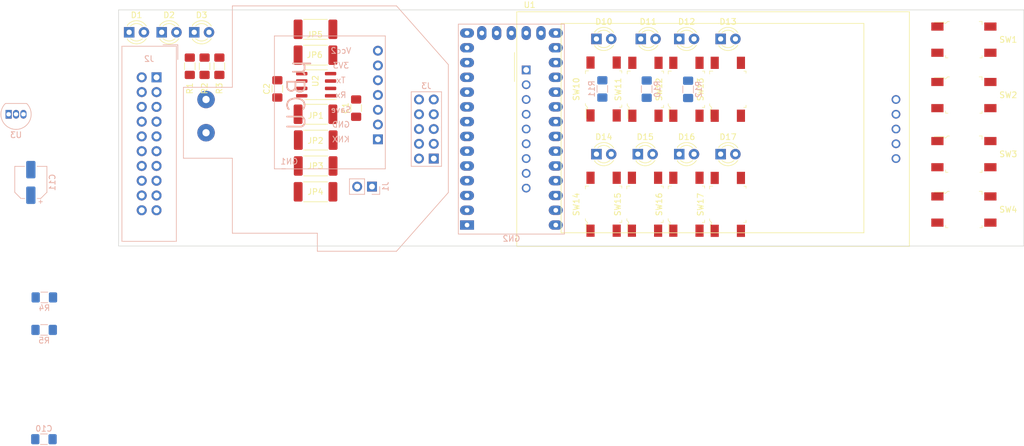
<source format=kicad_pcb>
(kicad_pcb (version 20171130) (host pcbnew "(5.1.4)-1")

  (general
    (thickness 1.6)
    (drawings 5)
    (tracks 0)
    (zones 0)
    (modules 49)
    (nets 64)
  )

  (page A4)
  (title_block
    (title "Controllerboard 9TE")
    (date 2019-10-01)
    (rev V00.01)
    (company "SirSydom KNX Labs")
    (comment 2 com@sirsydom.de)
  )

  (layers
    (0 F.Cu signal)
    (31 B.Cu signal)
    (32 B.Adhes user)
    (33 F.Adhes user)
    (34 B.Paste user)
    (35 F.Paste user)
    (36 B.SilkS user)
    (37 F.SilkS user)
    (38 B.Mask user)
    (39 F.Mask user)
    (40 Dwgs.User user)
    (41 Cmts.User user)
    (42 Eco1.User user)
    (43 Eco2.User user)
    (44 Edge.Cuts user)
    (45 Margin user)
    (46 B.CrtYd user)
    (47 F.CrtYd user)
    (48 B.Fab user hide)
    (49 F.Fab user)
  )

  (setup
    (last_trace_width 0.25)
    (trace_clearance 0.2)
    (zone_clearance 0.508)
    (zone_45_only no)
    (trace_min 0.2)
    (via_size 0.8)
    (via_drill 0.4)
    (via_min_size 0.4)
    (via_min_drill 0.3)
    (uvia_size 0.3)
    (uvia_drill 0.1)
    (uvias_allowed no)
    (uvia_min_size 0.2)
    (uvia_min_drill 0.1)
    (edge_width 0.05)
    (segment_width 0.2)
    (pcb_text_width 0.3)
    (pcb_text_size 1.5 1.5)
    (mod_edge_width 0.12)
    (mod_text_size 1 1)
    (mod_text_width 0.15)
    (pad_size 1.524 1.524)
    (pad_drill 0.762)
    (pad_to_mask_clearance 0.051)
    (solder_mask_min_width 0.25)
    (aux_axis_origin 0 0)
    (visible_elements 7FFFF7FF)
    (pcbplotparams
      (layerselection 0x010fc_ffffffff)
      (usegerberextensions false)
      (usegerberattributes false)
      (usegerberadvancedattributes false)
      (creategerberjobfile false)
      (excludeedgelayer true)
      (linewidth 0.100000)
      (plotframeref false)
      (viasonmask false)
      (mode 1)
      (useauxorigin false)
      (hpglpennumber 1)
      (hpglpenspeed 20)
      (hpglpendiameter 15.000000)
      (psnegative false)
      (psa4output false)
      (plotreference true)
      (plotvalue true)
      (plotinvisibletext false)
      (padsonsilk false)
      (subtractmaskfromsilk false)
      (outputformat 1)
      (mirror false)
      (drillshape 1)
      (scaleselection 1)
      (outputdirectory ""))
  )

  (net 0 "")
  (net 1 "Net-(U1-Pad14)")
  (net 2 "Net-(U1-Pad13)")
  (net 3 "Net-(U1-Pad12)")
  (net 4 "Net-(U1-Pad11)")
  (net 5 "Net-(U1-Pad10)")
  (net 6 MISO)
  (net 7 SCK)
  (net 8 MOSI)
  (net 9 GND)
  (net 10 +3V3)
  (net 11 "Net-(GN2-Pad16)")
  (net 12 "Net-(GN2-Pad15)")
  (net 13 "Net-(GN1-Pad5)")
  (net 14 "Net-(GN1-Pad4)")
  (net 15 "Net-(GN2-Pad31)")
  (net 16 "Net-(GN2-Pad30)")
  (net 17 "Net-(GN2-Pad29)")
  (net 18 +5V)
  (net 19 "Net-(GN2-Pad26)")
  (net 20 A1)
  (net 21 A0)
  (net 22 SCL)
  (net 23 "Net-(GN2-Pad4)")
  (net 24 SDA)
  (net 25 "Net-(GN2-Pad3)")
  (net 26 "Net-(GN2-Pad1)")
  (net 27 "Net-(GN1-Pad3)")
  (net 28 "Net-(D1-Pad1)")
  (net 29 "Net-(D2-Pad1)")
  (net 30 "Net-(D3-Pad1)")
  (net 31 "Net-(GN1-Pad1)")
  (net 32 D4)
  (net 33 D3)
  (net 34 D2)
  (net 35 D13)
  (net 36 D12)
  (net 37 A5)
  (net 38 D11)
  (net 39 A4)
  (net 40 D10)
  (net 41 A3)
  (net 42 D9)
  (net 43 A2)
  (net 44 D7)
  (net 45 D5)
  (net 46 "Net-(C1-Pad2)")
  (net 47 "Net-(C1-Pad1)")
  (net 48 "Net-(D10-Pad1)")
  (net 49 "Net-(D11-Pad1)")
  (net 50 "Net-(D12-Pad1)")
  (net 51 "Net-(GN2-Pad28)")
  (net 52 "Net-(J3-Pad12)")
  (net 53 "Net-(J3-Pad11)")
  (net 54 "Net-(J3-Pad10)")
  (net 55 "Net-(J3-Pad9)")
  (net 56 "Net-(J3-Pad8)")
  (net 57 "Net-(J3-Pad7)")
  (net 58 "Net-(J3-Pad6)")
  (net 59 "Net-(J3-Pad5)")
  (net 60 "Net-(J3-Pad4)")
  (net 61 "Net-(J3-Pad3)")
  (net 62 "Net-(J3-Pad2)")
  (net 63 "Net-(J3-Pad1)")

  (net_class Default "This is the default net class."
    (clearance 0.2)
    (trace_width 0.25)
    (via_dia 0.8)
    (via_drill 0.4)
    (uvia_dia 0.3)
    (uvia_drill 0.1)
    (add_net +3V3)
    (add_net +5V)
    (add_net A0)
    (add_net A1)
    (add_net A2)
    (add_net A3)
    (add_net A4)
    (add_net A5)
    (add_net D10)
    (add_net D11)
    (add_net D12)
    (add_net D13)
    (add_net D2)
    (add_net D3)
    (add_net D4)
    (add_net D5)
    (add_net D7)
    (add_net D9)
    (add_net GND)
    (add_net MISO)
    (add_net MOSI)
    (add_net "Net-(C1-Pad1)")
    (add_net "Net-(C1-Pad2)")
    (add_net "Net-(D1-Pad1)")
    (add_net "Net-(D10-Pad1)")
    (add_net "Net-(D11-Pad1)")
    (add_net "Net-(D12-Pad1)")
    (add_net "Net-(D2-Pad1)")
    (add_net "Net-(D3-Pad1)")
    (add_net "Net-(GN1-Pad1)")
    (add_net "Net-(GN1-Pad3)")
    (add_net "Net-(GN1-Pad4)")
    (add_net "Net-(GN1-Pad5)")
    (add_net "Net-(GN2-Pad1)")
    (add_net "Net-(GN2-Pad15)")
    (add_net "Net-(GN2-Pad16)")
    (add_net "Net-(GN2-Pad26)")
    (add_net "Net-(GN2-Pad28)")
    (add_net "Net-(GN2-Pad29)")
    (add_net "Net-(GN2-Pad3)")
    (add_net "Net-(GN2-Pad30)")
    (add_net "Net-(GN2-Pad31)")
    (add_net "Net-(GN2-Pad4)")
    (add_net "Net-(J3-Pad1)")
    (add_net "Net-(J3-Pad10)")
    (add_net "Net-(J3-Pad11)")
    (add_net "Net-(J3-Pad12)")
    (add_net "Net-(J3-Pad2)")
    (add_net "Net-(J3-Pad3)")
    (add_net "Net-(J3-Pad4)")
    (add_net "Net-(J3-Pad5)")
    (add_net "Net-(J3-Pad6)")
    (add_net "Net-(J3-Pad7)")
    (add_net "Net-(J3-Pad8)")
    (add_net "Net-(J3-Pad9)")
    (add_net "Net-(U1-Pad10)")
    (add_net "Net-(U1-Pad11)")
    (add_net "Net-(U1-Pad12)")
    (add_net "Net-(U1-Pad13)")
    (add_net "Net-(U1-Pad14)")
    (add_net SCK)
    (add_net SCL)
    (add_net SDA)
  )

  (module sirsydom:Siemens_UP117_12_flat (layer B.Cu) (tedit 5DAAEFF5) (tstamp 5DAB6023)
    (at 104.14 65.405 180)
    (descr "Through hole straight pin header, 2x05, 2.54mm pitch, double rows")
    (tags "Through hole pin header THT 2x05 2.54mm double row")
    (path /5DAC4AE7)
    (fp_text reference J3 (at 1.27 2.33) (layer B.SilkS)
      (effects (font (size 1 1) (thickness 0.15)) (justify mirror))
    )
    (fp_text value Conn_01x12_Male (at 12.7 5.08) (layer B.Fab)
      (effects (font (size 1 1) (thickness 0.15)) (justify mirror))
    )
    (fp_line (start -2.5 -16) (end -2.5 6) (layer B.SilkS) (width 0.12))
    (fp_line (start 6.4 -26.1) (end -2.5 -16) (layer B.SilkS) (width 0.12))
    (fp_line (start 20 -26.1) (end 6.4 -26.1) (layer B.SilkS) (width 0.12))
    (fp_line (start 20 -23) (end 20 -26.1) (layer B.SilkS) (width 0.12))
    (fp_line (start 34.6 -23) (end 20 -23) (layer B.SilkS) (width 0.12))
    (fp_line (start 34.6 -10.1) (end 34.6 -23) (layer B.SilkS) (width 0.12))
    (fp_line (start 43 -10.1) (end 34.6 -10.1) (layer B.SilkS) (width 0.12))
    (fp_line (start 43 2.1) (end 43 -10.1) (layer B.SilkS) (width 0.12))
    (fp_line (start 34.6 2.1) (end 43 2.1) (layer B.SilkS) (width 0.12))
    (fp_line (start 34.6 16.1) (end 34.6 2.1) (layer B.SilkS) (width 0.12))
    (fp_line (start 6.4 16.1) (end 34.6 16.1) (layer B.SilkS) (width 0.12))
    (fp_line (start -2.5 6) (end 6.4 16.1) (layer B.SilkS) (width 0.12))
    (fp_line (start -1.33 1.33) (end 3.87 1.33) (layer B.SilkS) (width 0.12))
    (fp_line (start -1.33 -11.49) (end -1.33 1.33) (layer B.SilkS) (width 0.12))
    (fp_line (start 6.35 -26.416) (end -2.794 -16.002) (layer B.CrtYd) (width 0.12))
    (fp_line (start 20.066 -26.416) (end 6.35 -26.416) (layer B.CrtYd) (width 0.12))
    (fp_line (start 20.066 -26.162) (end 20.066 -26.416) (layer B.CrtYd) (width 0.12))
    (fp_line (start -2.794 -16.002) (end -2.794 -5.08) (layer B.CrtYd) (width 0.12))
    (fp_line (start 20.066 -23.114) (end 20.066 -26.162) (layer B.CrtYd) (width 0.12))
    (fp_line (start 34.798 -23.114) (end 20.066 -23.114) (layer B.CrtYd) (width 0.12))
    (fp_line (start 34.798 -10.414) (end 34.798 -23.114) (layer B.CrtYd) (width 0.12))
    (fp_line (start 43.18 -10.414) (end 34.798 -10.414) (layer B.CrtYd) (width 0.12))
    (fp_line (start 43.18 2.286) (end 43.18 -10.414) (layer B.CrtYd) (width 0.12))
    (fp_line (start 34.798 2.286) (end 43.18 2.286) (layer B.CrtYd) (width 0.12))
    (fp_line (start 34.798 16.256) (end 34.798 2.286) (layer B.CrtYd) (width 0.12))
    (fp_line (start 6.35 16.256) (end 34.798 16.256) (layer B.CrtYd) (width 0.12))
    (fp_line (start -2.794 6.096) (end 6.35 16.256) (layer B.CrtYd) (width 0.12))
    (fp_line (start -2.794 -5.08) (end -2.794 6.096) (layer B.CrtYd) (width 0.12))
    (fp_line (start 38.0365 -5.715) (end 40.5765 -5.715) (layer B.Fab) (width 0.12))
    (fp_line (start 34.6 -23) (end 34.6 16.1) (layer B.Fab) (width 0.12))
    (fp_line (start 20 -23) (end 34.6 -23) (layer B.Fab) (width 0.12))
    (fp_line (start 20 -26) (end 20 -23) (layer B.Fab) (width 0.12))
    (fp_line (start 6.4 -26.1) (end 20 -26.1) (layer B.Fab) (width 0.12))
    (fp_line (start 43 -10.1) (end 34.6 -10.1) (layer B.Fab) (width 0.12))
    (fp_line (start 43 -4) (end 43 -10.1) (layer B.Fab) (width 0.12))
    (fp_line (start 43 2.1) (end 34.6 2.1) (layer B.Fab) (width 0.12))
    (fp_line (start 43 -4) (end 43 2.1) (layer B.Fab) (width 0.12))
    (fp_line (start 6.4 16.1) (end 34.6 16.1) (layer B.Fab) (width 0.12))
    (fp_line (start -2.5 -16) (end -2.5 6) (layer B.Fab) (width 0.12))
    (fp_line (start 6.4 -26.1) (end -2.5 -16) (layer B.Fab) (width 0.12))
    (fp_line (start 6.4 16.1) (end -2.5 6) (layer B.Fab) (width 0.12))
    (fp_text user %R (at 7.62 -5.08 270) (layer B.Fab)
      (effects (font (size 1 1) (thickness 0.15)) (justify mirror))
    )
    (fp_line (start 3.87 1.33) (end 3.87 -11.49) (layer B.SilkS) (width 0.12))
    (fp_line (start -1.33 -11.49) (end 3.87 -11.49) (layer B.SilkS) (width 0.12))
    (fp_line (start 3.81 -11.43) (end -1.27 -11.43) (layer B.Fab) (width 0.1))
    (fp_line (start 3.81 1.27) (end 3.81 -11.43) (layer B.Fab) (width 0.1))
    (pad 12 thru_hole circle (at 39.116 0 180) (size 3 3) (drill 1.25) (layers *.Cu *.Mask)
      (net 52 "Net-(J3-Pad12)"))
    (pad 11 thru_hole circle (at 39.116 -5.715 180) (size 3 3) (drill 1.25) (layers *.Cu *.Mask)
      (net 53 "Net-(J3-Pad11)"))
    (pad 10 thru_hole oval (at 2.54 -10.16 180) (size 1.7 1.7) (drill 1) (layers *.Cu *.Mask)
      (net 54 "Net-(J3-Pad10)"))
    (pad 9 thru_hole oval (at 2.54 -7.62 180) (size 1.7 1.7) (drill 1) (layers *.Cu *.Mask)
      (net 55 "Net-(J3-Pad9)"))
    (pad 8 thru_hole oval (at 2.54 -5.08 180) (size 1.7 1.7) (drill 1) (layers *.Cu *.Mask)
      (net 56 "Net-(J3-Pad8)"))
    (pad 7 thru_hole oval (at 2.54 -2.54 180) (size 1.7 1.7) (drill 1) (layers *.Cu *.Mask)
      (net 57 "Net-(J3-Pad7)"))
    (pad 6 thru_hole oval (at 2.54 0 180) (size 1.7 1.7) (drill 1) (layers *.Cu *.Mask)
      (net 58 "Net-(J3-Pad6)"))
    (pad 5 thru_hole oval (at 0 0 180) (size 1.7 1.7) (drill 1) (layers *.Cu *.Mask)
      (net 59 "Net-(J3-Pad5)"))
    (pad 4 thru_hole oval (at 0 -2.54 180) (size 1.7 1.7) (drill 1) (layers *.Cu *.Mask)
      (net 60 "Net-(J3-Pad4)"))
    (pad 3 thru_hole oval (at 0 -5.08 180) (size 1.7 1.7) (drill 1) (layers *.Cu *.Mask)
      (net 61 "Net-(J3-Pad3)"))
    (pad 2 thru_hole oval (at 0 -7.62 180) (size 1.7 1.7) (drill 1) (layers *.Cu *.Mask)
      (net 62 "Net-(J3-Pad2)"))
    (pad 1 thru_hole rect (at 0 -10.16 180) (size 1.7 1.7) (drill 1) (layers *.Cu *.Mask)
      (net 63 "Net-(J3-Pad1)"))
    (model ${KISYS3DMOD}/Connector_PinHeader_2.54mm.3dshapes/PinHeader_2x05_P2.54mm_Vertical.wrl
      (at (xyz 0 0 0))
      (scale (xyz 1 1 1))
      (rotate (xyz 0 0 0))
    )
  )

  (module sirsydom:CR2013-MI2120_wo_holes (layer F.Cu) (tedit 5DAAF138) (tstamp 5D93F1E8)
    (at 120.015 60.325)
    (descr "CR2013-MI2120 ILI9341 LCD Breakout http://pan.baidu.com/s/11Y990")
    (tags "CR2013-MI2120 ILI9341 LCD Breakout")
    (path /5D949E4A)
    (fp_text reference U1 (at 0.59 -11.18) (layer F.SilkS)
      (effects (font (size 1 1) (thickness 0.15)))
    )
    (fp_text value CR2013-MI2120 (at 4.66 31.47) (layer F.Fab)
      (effects (font (size 1 1) (thickness 0.15)))
    )
    (fp_line (start -1.5 30.21) (end -1.5 1) (layer F.Fab) (width 0.1))
    (fp_line (start 65.7 30.21) (end -1.5 30.21) (layer F.Fab) (width 0.1))
    (fp_line (start 65.7 -9.89) (end 65.7 30.21) (layer F.Fab) (width 0.1))
    (fp_line (start -1.5 -9.89) (end 65.7 -9.89) (layer F.Fab) (width 0.1))
    (fp_line (start -1.62 30.33) (end -1.62 -10.01) (layer F.SilkS) (width 0.12))
    (fp_line (start 65.82 30.33) (end -1.62 30.33) (layer F.SilkS) (width 0.12))
    (fp_line (start 65.82 -10.01) (end 65.82 30.33) (layer F.SilkS) (width 0.12))
    (fp_line (start -1.62 -10.01) (end 65.82 -10.01) (layer F.SilkS) (width 0.12))
    (fp_line (start -1.75 30.46) (end -1.75 -10.14) (layer F.CrtYd) (width 0.05))
    (fp_line (start 65.95 30.46) (end -1.75 30.46) (layer F.CrtYd) (width 0.05))
    (fp_line (start 65.95 -10.14) (end 65.95 30.46) (layer F.CrtYd) (width 0.05))
    (fp_line (start -1.75 -10.14) (end 65.95 -10.14) (layer F.CrtYd) (width 0.05))
    (fp_text user %R (at 31.58 9.55) (layer F.Fab)
      (effects (font (size 1 1) (thickness 0.15)))
    )
    (fp_line (start -2 -3) (end -2 2) (layer F.SilkS) (width 0.12))
    (fp_line (start -1.5 -1) (end -1.5 -9.89) (layer F.Fab) (width 0.1))
    (fp_line (start -0.5 0) (end -1.5 -1) (layer F.Fab) (width 0.1))
    (fp_line (start -1.5 1) (end -0.5 0) (layer F.Fab) (width 0.1))
    (fp_line (start 6 28) (end 6 -8) (layer F.SilkS) (width 0.12))
    (fp_line (start 58 28) (end 6 28) (layer F.SilkS) (width 0.12))
    (fp_line (start 58 -8) (end 58 28) (layer F.SilkS) (width 0.12))
    (fp_line (start 6 -8) (end 58 -8) (layer F.SilkS) (width 0.12))
    (pad 14 thru_hole circle (at 63.52 15.24) (size 1.5 1.5) (drill 1) (layers *.Cu *.Mask)
      (net 1 "Net-(U1-Pad14)"))
    (pad 13 thru_hole circle (at 63.52 12.7) (size 1.5 1.5) (drill 1) (layers *.Cu *.Mask)
      (net 2 "Net-(U1-Pad13)"))
    (pad 12 thru_hole circle (at 63.52 10.16) (size 1.5 1.5) (drill 1) (layers *.Cu *.Mask)
      (net 3 "Net-(U1-Pad12)"))
    (pad 11 thru_hole circle (at 63.52 7.62) (size 1.5 1.5) (drill 1) (layers *.Cu *.Mask)
      (net 4 "Net-(U1-Pad11)"))
    (pad 10 thru_hole circle (at 63.52 5.08) (size 1.5 1.5) (drill 1) (layers *.Cu *.Mask)
      (net 5 "Net-(U1-Pad10)"))
    (pad 9 thru_hole circle (at 0 20.32) (size 1.5 1.5) (drill 1) (layers *.Cu *.Mask)
      (net 6 MISO))
    (pad 8 thru_hole circle (at 0 17.78) (size 1.5 1.5) (drill 1) (layers *.Cu *.Mask)
      (net 37 A5))
    (pad 7 thru_hole circle (at 0 15.24) (size 1.5 1.5) (drill 1) (layers *.Cu *.Mask)
      (net 7 SCK))
    (pad 6 thru_hole circle (at 0 12.7) (size 1.5 1.5) (drill 1) (layers *.Cu *.Mask)
      (net 8 MOSI))
    (pad 5 thru_hole circle (at 0 10.16) (size 1.5 1.5) (drill 1) (layers *.Cu *.Mask)
      (net 34 D2))
    (pad 4 thru_hole circle (at 0 7.62) (size 1.5 1.5) (drill 1) (layers *.Cu *.Mask)
      (net 33 D3))
    (pad 3 thru_hole circle (at 0 5.08) (size 1.5 1.5) (drill 1) (layers *.Cu *.Mask)
      (net 32 D4))
    (pad 2 thru_hole circle (at 0 2.54) (size 1.5 1.5) (drill 1) (layers *.Cu *.Mask)
      (net 9 GND))
    (pad 1 thru_hole rect (at 0 0) (size 1.5 1.5) (drill 1) (layers *.Cu *.Mask)
      (net 10 +3V3))
    (model ${KISYS3DMOD}/Display.3dshapes/CR2013-MI2120.wrl
      (at (xyz 0 0 0))
      (scale (xyz 1 1 1))
      (rotate (xyz 0 0 0))
    )
  )

  (module Resistor_SMD:R_2512_6332Metric_Pad1.52x3.35mm_HandSolder (layer F.Cu) (tedit 5B301BBD) (tstamp 5D93ED2E)
    (at 83.82 57.785 180)
    (descr "Resistor SMD 2512 (6332 Metric), square (rectangular) end terminal, IPC_7351 nominal with elongated pad for handsoldering. (Body size source: http://www.tortai-tech.com/upload/download/2011102023233369053.pdf), generated with kicad-footprint-generator")
    (tags "resistor handsolder")
    (path /5D93BA20)
    (attr smd)
    (fp_text reference JP6 (at 0.13762 0.04064) (layer F.SilkS)
      (effects (font (size 1 1) (thickness 0.15)))
    )
    (fp_text value "µBCU Rx" (at 0 2.62) (layer F.Fab)
      (effects (font (size 1 1) (thickness 0.15)))
    )
    (fp_text user %R (at 0 0) (layer F.Fab)
      (effects (font (size 1 1) (thickness 0.15)))
    )
    (fp_line (start 4 1.92) (end -4 1.92) (layer F.CrtYd) (width 0.05))
    (fp_line (start 4 -1.92) (end 4 1.92) (layer F.CrtYd) (width 0.05))
    (fp_line (start -4 -1.92) (end 4 -1.92) (layer F.CrtYd) (width 0.05))
    (fp_line (start -4 1.92) (end -4 -1.92) (layer F.CrtYd) (width 0.05))
    (fp_line (start -2.052064 1.71) (end 2.052064 1.71) (layer F.SilkS) (width 0.12))
    (fp_line (start -2.052064 -1.71) (end 2.052064 -1.71) (layer F.SilkS) (width 0.12))
    (fp_line (start 3.15 1.6) (end -3.15 1.6) (layer F.Fab) (width 0.1))
    (fp_line (start 3.15 -1.6) (end 3.15 1.6) (layer F.Fab) (width 0.1))
    (fp_line (start -3.15 -1.6) (end 3.15 -1.6) (layer F.Fab) (width 0.1))
    (fp_line (start -3.15 1.6) (end -3.15 -1.6) (layer F.Fab) (width 0.1))
    (pad 2 smd roundrect (at 2.9875 0 180) (size 1.525 3.35) (layers F.Cu F.Paste F.Mask) (roundrect_rratio 0.163934)
      (net 11 "Net-(GN2-Pad16)"))
    (pad 1 smd roundrect (at -2.9875 0 180) (size 1.525 3.35) (layers F.Cu F.Paste F.Mask) (roundrect_rratio 0.163934)
      (net 14 "Net-(GN1-Pad4)"))
    (model ${KISYS3DMOD}/Resistor_SMD.3dshapes/R_2512_6332Metric.wrl
      (at (xyz 0 0 0))
      (scale (xyz 1 1 1))
      (rotate (xyz 0 0 0))
    )
  )

  (module Resistor_SMD:R_2512_6332Metric_Pad1.52x3.35mm_HandSolder (layer F.Cu) (tedit 5B301BBD) (tstamp 5D93ED1C)
    (at 83.82 53.34 180)
    (descr "Resistor SMD 2512 (6332 Metric), square (rectangular) end terminal, IPC_7351 nominal with elongated pad for handsoldering. (Body size source: http://www.tortai-tech.com/upload/download/2011102023233369053.pdf), generated with kicad-footprint-generator")
    (tags "resistor handsolder")
    (path /5D93B2AA)
    (attr smd)
    (fp_text reference JP5 (at 0.11892 -0.92202) (layer F.SilkS)
      (effects (font (size 1 1) (thickness 0.15)))
    )
    (fp_text value "µBCU Tx" (at 0 2.62) (layer F.Fab)
      (effects (font (size 1 1) (thickness 0.15)))
    )
    (fp_text user %R (at 0 0) (layer F.Fab)
      (effects (font (size 1 1) (thickness 0.15)))
    )
    (fp_line (start 4 1.92) (end -4 1.92) (layer F.CrtYd) (width 0.05))
    (fp_line (start 4 -1.92) (end 4 1.92) (layer F.CrtYd) (width 0.05))
    (fp_line (start -4 -1.92) (end 4 -1.92) (layer F.CrtYd) (width 0.05))
    (fp_line (start -4 1.92) (end -4 -1.92) (layer F.CrtYd) (width 0.05))
    (fp_line (start -2.052064 1.71) (end 2.052064 1.71) (layer F.SilkS) (width 0.12))
    (fp_line (start -2.052064 -1.71) (end 2.052064 -1.71) (layer F.SilkS) (width 0.12))
    (fp_line (start 3.15 1.6) (end -3.15 1.6) (layer F.Fab) (width 0.1))
    (fp_line (start 3.15 -1.6) (end 3.15 1.6) (layer F.Fab) (width 0.1))
    (fp_line (start -3.15 -1.6) (end 3.15 -1.6) (layer F.Fab) (width 0.1))
    (fp_line (start -3.15 1.6) (end -3.15 -1.6) (layer F.Fab) (width 0.1))
    (pad 2 smd roundrect (at 2.9875 0 180) (size 1.525 3.35) (layers F.Cu F.Paste F.Mask) (roundrect_rratio 0.163934)
      (net 12 "Net-(GN2-Pad15)"))
    (pad 1 smd roundrect (at -2.9875 0 180) (size 1.525 3.35) (layers F.Cu F.Paste F.Mask) (roundrect_rratio 0.163934)
      (net 13 "Net-(GN1-Pad5)"))
    (model ${KISYS3DMOD}/Resistor_SMD.3dshapes/R_2512_6332Metric.wrl
      (at (xyz 0 0 0))
      (scale (xyz 1 1 1))
      (rotate (xyz 0 0 0))
    )
  )

  (module Resistor_SMD:R_2512_6332Metric_Pad1.52x3.35mm_HandSolder (layer F.Cu) (tedit 5B301BBD) (tstamp 5D9BA2E7)
    (at 83.82808 81.28 180)
    (descr "Resistor SMD 2512 (6332 Metric), square (rectangular) end terminal, IPC_7351 nominal with elongated pad for handsoldering. (Body size source: http://www.tortai-tech.com/upload/download/2011102023233369053.pdf), generated with kicad-footprint-generator")
    (tags "resistor handsolder")
    (path /5DA0C413)
    (attr smd)
    (fp_text reference JP4 (at 0.00808 0) (layer F.SilkS)
      (effects (font (size 1 1) (thickness 0.15)))
    )
    (fp_text value "Use Vcc Monitoring" (at 0 2.62) (layer F.Fab)
      (effects (font (size 1 1) (thickness 0.15)))
    )
    (fp_text user %R (at 0 0) (layer F.Fab)
      (effects (font (size 1 1) (thickness 0.15)))
    )
    (fp_line (start 4 1.92) (end -4 1.92) (layer F.CrtYd) (width 0.05))
    (fp_line (start 4 -1.92) (end 4 1.92) (layer F.CrtYd) (width 0.05))
    (fp_line (start -4 -1.92) (end 4 -1.92) (layer F.CrtYd) (width 0.05))
    (fp_line (start -4 1.92) (end -4 -1.92) (layer F.CrtYd) (width 0.05))
    (fp_line (start -2.052064 1.71) (end 2.052064 1.71) (layer F.SilkS) (width 0.12))
    (fp_line (start -2.052064 -1.71) (end 2.052064 -1.71) (layer F.SilkS) (width 0.12))
    (fp_line (start 3.15 1.6) (end -3.15 1.6) (layer F.Fab) (width 0.1))
    (fp_line (start 3.15 -1.6) (end 3.15 1.6) (layer F.Fab) (width 0.1))
    (fp_line (start -3.15 -1.6) (end 3.15 -1.6) (layer F.Fab) (width 0.1))
    (fp_line (start -3.15 1.6) (end -3.15 -1.6) (layer F.Fab) (width 0.1))
    (pad 2 smd roundrect (at 2.9875 0 180) (size 1.525 3.35) (layers F.Cu F.Paste F.Mask) (roundrect_rratio 0.163934)
      (net 43 A2))
    (pad 1 smd roundrect (at -2.9875 0 180) (size 1.525 3.35) (layers F.Cu F.Paste F.Mask) (roundrect_rratio 0.163934)
      (net 27 "Net-(GN1-Pad3)"))
    (model ${KISYS3DMOD}/Resistor_SMD.3dshapes/R_2512_6332Metric.wrl
      (at (xyz 0 0 0))
      (scale (xyz 1 1 1))
      (rotate (xyz 0 0 0))
    )
  )

  (module Resistor_SMD:R_2512_6332Metric_Pad1.52x3.35mm_HandSolder (layer F.Cu) (tedit 5B301BBD) (tstamp 5D93ECF8)
    (at 83.8484 76.835 180)
    (descr "Resistor SMD 2512 (6332 Metric), square (rectangular) end terminal, IPC_7351 nominal with elongated pad for handsoldering. (Body size source: http://www.tortai-tech.com/upload/download/2011102023233369053.pdf), generated with kicad-footprint-generator")
    (tags "resistor handsolder")
    (path /5D93EC15)
    (attr smd)
    (fp_text reference JP3 (at 0.0284 0) (layer F.SilkS)
      (effects (font (size 1 1) (thickness 0.15)))
    )
    (fp_text value "Use GND from µBCU" (at 0 2.62) (layer F.Fab)
      (effects (font (size 1 1) (thickness 0.15)))
    )
    (fp_text user %R (at 0 0) (layer F.Fab)
      (effects (font (size 1 1) (thickness 0.15)))
    )
    (fp_line (start 4 1.92) (end -4 1.92) (layer F.CrtYd) (width 0.05))
    (fp_line (start 4 -1.92) (end 4 1.92) (layer F.CrtYd) (width 0.05))
    (fp_line (start -4 -1.92) (end 4 -1.92) (layer F.CrtYd) (width 0.05))
    (fp_line (start -4 1.92) (end -4 -1.92) (layer F.CrtYd) (width 0.05))
    (fp_line (start -2.052064 1.71) (end 2.052064 1.71) (layer F.SilkS) (width 0.12))
    (fp_line (start -2.052064 -1.71) (end 2.052064 -1.71) (layer F.SilkS) (width 0.12))
    (fp_line (start 3.15 1.6) (end -3.15 1.6) (layer F.Fab) (width 0.1))
    (fp_line (start 3.15 -1.6) (end 3.15 1.6) (layer F.Fab) (width 0.1))
    (fp_line (start -3.15 -1.6) (end 3.15 -1.6) (layer F.Fab) (width 0.1))
    (fp_line (start -3.15 1.6) (end -3.15 -1.6) (layer F.Fab) (width 0.1))
    (pad 2 smd roundrect (at 2.9875 0 180) (size 1.525 3.35) (layers F.Cu F.Paste F.Mask) (roundrect_rratio 0.163934)
      (net 9 GND))
    (pad 1 smd roundrect (at -2.9875 0 180) (size 1.525 3.35) (layers F.Cu F.Paste F.Mask) (roundrect_rratio 0.163934)
      (net 47 "Net-(C1-Pad1)"))
    (model ${KISYS3DMOD}/Resistor_SMD.3dshapes/R_2512_6332Metric.wrl
      (at (xyz 0 0 0))
      (scale (xyz 1 1 1))
      (rotate (xyz 0 0 0))
    )
  )

  (module Resistor_SMD:R_2512_6332Metric_Pad1.52x3.35mm_HandSolder (layer F.Cu) (tedit 5B301BBD) (tstamp 5D93ECE6)
    (at 83.8581 72.39 180)
    (descr "Resistor SMD 2512 (6332 Metric), square (rectangular) end terminal, IPC_7351 nominal with elongated pad for handsoldering. (Body size source: http://www.tortai-tech.com/upload/download/2011102023233369053.pdf), generated with kicad-footprint-generator")
    (tags "resistor handsolder")
    (path /5D9415A0)
    (attr smd)
    (fp_text reference JP2 (at 0.03302 -0.1016) (layer F.SilkS)
      (effects (font (size 1 1) (thickness 0.15)))
    )
    (fp_text value "Use Vcc1 (3V3) from µBCU" (at 0 2.62) (layer F.Fab)
      (effects (font (size 1 1) (thickness 0.15)))
    )
    (fp_text user %R (at 0 0) (layer F.Fab)
      (effects (font (size 1 1) (thickness 0.15)))
    )
    (fp_line (start 4 1.92) (end -4 1.92) (layer F.CrtYd) (width 0.05))
    (fp_line (start 4 -1.92) (end 4 1.92) (layer F.CrtYd) (width 0.05))
    (fp_line (start -4 -1.92) (end 4 -1.92) (layer F.CrtYd) (width 0.05))
    (fp_line (start -4 1.92) (end -4 -1.92) (layer F.CrtYd) (width 0.05))
    (fp_line (start -2.052064 1.71) (end 2.052064 1.71) (layer F.SilkS) (width 0.12))
    (fp_line (start -2.052064 -1.71) (end 2.052064 -1.71) (layer F.SilkS) (width 0.12))
    (fp_line (start 3.15 1.6) (end -3.15 1.6) (layer F.Fab) (width 0.1))
    (fp_line (start 3.15 -1.6) (end 3.15 1.6) (layer F.Fab) (width 0.1))
    (fp_line (start -3.15 -1.6) (end 3.15 -1.6) (layer F.Fab) (width 0.1))
    (fp_line (start -3.15 1.6) (end -3.15 -1.6) (layer F.Fab) (width 0.1))
    (pad 2 smd roundrect (at 2.9875 0 180) (size 1.525 3.35) (layers F.Cu F.Paste F.Mask) (roundrect_rratio 0.163934)
      (net 10 +3V3))
    (pad 1 smd roundrect (at -2.9875 0 180) (size 1.525 3.35) (layers F.Cu F.Paste F.Mask) (roundrect_rratio 0.163934)
      (net 46 "Net-(C1-Pad2)"))
    (model ${KISYS3DMOD}/Resistor_SMD.3dshapes/R_2512_6332Metric.wrl
      (at (xyz 0 0 0))
      (scale (xyz 1 1 1))
      (rotate (xyz 0 0 0))
    )
  )

  (module Resistor_SMD:R_2512_6332Metric_Pad1.52x3.35mm_HandSolder (layer F.Cu) (tedit 5B301BBD) (tstamp 5D93ECD4)
    (at 83.82 67.945 180)
    (descr "Resistor SMD 2512 (6332 Metric), square (rectangular) end terminal, IPC_7351 nominal with elongated pad for handsoldering. (Body size source: http://www.tortai-tech.com/upload/download/2011102023233369053.pdf), generated with kicad-footprint-generator")
    (tags "resistor handsolder")
    (path /5D945D83)
    (attr smd)
    (fp_text reference JP1 (at -0.04826 -0.23876) (layer F.SilkS)
      (effects (font (size 1 1) (thickness 0.15)))
    )
    (fp_text value "Use Vcc2 from µBCU" (at 0 2.62) (layer F.Fab)
      (effects (font (size 1 1) (thickness 0.15)))
    )
    (fp_text user %R (at 0 0) (layer F.Fab)
      (effects (font (size 1 1) (thickness 0.15)))
    )
    (fp_line (start 4 1.92) (end -4 1.92) (layer F.CrtYd) (width 0.05))
    (fp_line (start 4 -1.92) (end 4 1.92) (layer F.CrtYd) (width 0.05))
    (fp_line (start -4 -1.92) (end 4 -1.92) (layer F.CrtYd) (width 0.05))
    (fp_line (start -4 1.92) (end -4 -1.92) (layer F.CrtYd) (width 0.05))
    (fp_line (start -2.052064 1.71) (end 2.052064 1.71) (layer F.SilkS) (width 0.12))
    (fp_line (start -2.052064 -1.71) (end 2.052064 -1.71) (layer F.SilkS) (width 0.12))
    (fp_line (start 3.15 1.6) (end -3.15 1.6) (layer F.Fab) (width 0.1))
    (fp_line (start 3.15 -1.6) (end 3.15 1.6) (layer F.Fab) (width 0.1))
    (fp_line (start -3.15 -1.6) (end 3.15 -1.6) (layer F.Fab) (width 0.1))
    (fp_line (start -3.15 1.6) (end -3.15 -1.6) (layer F.Fab) (width 0.1))
    (pad 2 smd roundrect (at 2.9875 0 180) (size 1.525 3.35) (layers F.Cu F.Paste F.Mask) (roundrect_rratio 0.163934)
      (net 51 "Net-(GN2-Pad28)"))
    (pad 1 smd roundrect (at -2.9875 0 180) (size 1.525 3.35) (layers F.Cu F.Paste F.Mask) (roundrect_rratio 0.163934)
      (net 18 +5V))
    (model ${KISYS3DMOD}/Resistor_SMD.3dshapes/R_2512_6332Metric.wrl
      (at (xyz 0 0 0))
      (scale (xyz 1 1 1))
      (rotate (xyz 0 0 0))
    )
  )

  (module Resistor_SMD:R_1206_3216Metric_Pad1.42x1.75mm_HandSolder (layer B.Cu) (tedit 5B301BBD) (tstamp 5DAB6311)
    (at 37.211 105.029)
    (descr "Resistor SMD 1206 (3216 Metric), square (rectangular) end terminal, IPC_7351 nominal with elongated pad for handsoldering. (Body size source: http://www.tortai-tech.com/upload/download/2011102023233369053.pdf), generated with kicad-footprint-generator")
    (tags "resistor handsolder")
    (path /5DA06234)
    (attr smd)
    (fp_text reference R5 (at 0 1.82) (layer B.SilkS)
      (effects (font (size 1 1) (thickness 0.15)) (justify mirror))
    )
    (fp_text value 1k (at 0 -1.82) (layer B.Fab)
      (effects (font (size 1 1) (thickness 0.15)) (justify mirror))
    )
    (fp_text user %R (at 0 0) (layer B.Fab)
      (effects (font (size 0.8 0.8) (thickness 0.12)) (justify mirror))
    )
    (fp_line (start 2.45 -1.12) (end -2.45 -1.12) (layer B.CrtYd) (width 0.05))
    (fp_line (start 2.45 1.12) (end 2.45 -1.12) (layer B.CrtYd) (width 0.05))
    (fp_line (start -2.45 1.12) (end 2.45 1.12) (layer B.CrtYd) (width 0.05))
    (fp_line (start -2.45 -1.12) (end -2.45 1.12) (layer B.CrtYd) (width 0.05))
    (fp_line (start -0.602064 -0.91) (end 0.602064 -0.91) (layer B.SilkS) (width 0.12))
    (fp_line (start -0.602064 0.91) (end 0.602064 0.91) (layer B.SilkS) (width 0.12))
    (fp_line (start 1.6 -0.8) (end -1.6 -0.8) (layer B.Fab) (width 0.1))
    (fp_line (start 1.6 0.8) (end 1.6 -0.8) (layer B.Fab) (width 0.1))
    (fp_line (start -1.6 0.8) (end 1.6 0.8) (layer B.Fab) (width 0.1))
    (fp_line (start -1.6 -0.8) (end -1.6 0.8) (layer B.Fab) (width 0.1))
    (pad 2 smd roundrect (at 1.4875 0) (size 1.425 1.75) (layers B.Cu B.Paste B.Mask) (roundrect_rratio 0.175439)
      (net 22 SCL))
    (pad 1 smd roundrect (at -1.4875 0) (size 1.425 1.75) (layers B.Cu B.Paste B.Mask) (roundrect_rratio 0.175439)
      (net 10 +3V3))
    (model ${KISYS3DMOD}/Resistor_SMD.3dshapes/R_1206_3216Metric.wrl
      (at (xyz 0 0 0))
      (scale (xyz 1 1 1))
      (rotate (xyz 0 0 0))
    )
  )

  (module Resistor_SMD:R_1206_3216Metric_Pad1.42x1.75mm_HandSolder (layer B.Cu) (tedit 5B301BBD) (tstamp 5DAB62B1)
    (at 37.2475 99.441)
    (descr "Resistor SMD 1206 (3216 Metric), square (rectangular) end terminal, IPC_7351 nominal with elongated pad for handsoldering. (Body size source: http://www.tortai-tech.com/upload/download/2011102023233369053.pdf), generated with kicad-footprint-generator")
    (tags "resistor handsolder")
    (path /5DA0665F)
    (attr smd)
    (fp_text reference R4 (at 0 1.82) (layer B.SilkS)
      (effects (font (size 1 1) (thickness 0.15)) (justify mirror))
    )
    (fp_text value 1k (at 0 -1.82) (layer B.Fab)
      (effects (font (size 1 1) (thickness 0.15)) (justify mirror))
    )
    (fp_text user %R (at 0 0) (layer B.Fab)
      (effects (font (size 0.8 0.8) (thickness 0.12)) (justify mirror))
    )
    (fp_line (start 2.45 -1.12) (end -2.45 -1.12) (layer B.CrtYd) (width 0.05))
    (fp_line (start 2.45 1.12) (end 2.45 -1.12) (layer B.CrtYd) (width 0.05))
    (fp_line (start -2.45 1.12) (end 2.45 1.12) (layer B.CrtYd) (width 0.05))
    (fp_line (start -2.45 -1.12) (end -2.45 1.12) (layer B.CrtYd) (width 0.05))
    (fp_line (start -0.602064 -0.91) (end 0.602064 -0.91) (layer B.SilkS) (width 0.12))
    (fp_line (start -0.602064 0.91) (end 0.602064 0.91) (layer B.SilkS) (width 0.12))
    (fp_line (start 1.6 -0.8) (end -1.6 -0.8) (layer B.Fab) (width 0.1))
    (fp_line (start 1.6 0.8) (end 1.6 -0.8) (layer B.Fab) (width 0.1))
    (fp_line (start -1.6 0.8) (end 1.6 0.8) (layer B.Fab) (width 0.1))
    (fp_line (start -1.6 -0.8) (end -1.6 0.8) (layer B.Fab) (width 0.1))
    (pad 2 smd roundrect (at 1.4875 0) (size 1.425 1.75) (layers B.Cu B.Paste B.Mask) (roundrect_rratio 0.175439)
      (net 24 SDA))
    (pad 1 smd roundrect (at -1.4875 0) (size 1.425 1.75) (layers B.Cu B.Paste B.Mask) (roundrect_rratio 0.175439)
      (net 10 +3V3))
    (model ${KISYS3DMOD}/Resistor_SMD.3dshapes/R_1206_3216Metric.wrl
      (at (xyz 0 0 0))
      (scale (xyz 1 1 1))
      (rotate (xyz 0 0 0))
    )
  )

  (module Capacitor_SMD:CP_Elec_5x5.3 (layer B.Cu) (tedit 5BCA39CF) (tstamp 5D9CAC14)
    (at 34.925 79.67 90)
    (descr "SMD capacitor, aluminum electrolytic, Nichicon, 5.0x5.3mm")
    (tags "capacitor electrolytic")
    (path /5DA5D9E4)
    (attr smd)
    (fp_text reference C11 (at 0 3.7 270) (layer B.SilkS)
      (effects (font (size 1 1) (thickness 0.15)) (justify mirror))
    )
    (fp_text value 10µF (at 0 -3.7 270) (layer B.Fab)
      (effects (font (size 1 1) (thickness 0.15)) (justify mirror))
    )
    (fp_text user %R (at 0 0 270) (layer B.Fab)
      (effects (font (size 1 1) (thickness 0.15)) (justify mirror))
    )
    (fp_line (start -3.95 -1.05) (end -2.9 -1.05) (layer B.CrtYd) (width 0.05))
    (fp_line (start -3.95 1.05) (end -3.95 -1.05) (layer B.CrtYd) (width 0.05))
    (fp_line (start -2.9 1.05) (end -3.95 1.05) (layer B.CrtYd) (width 0.05))
    (fp_line (start -2.9 -1.05) (end -2.9 -1.75) (layer B.CrtYd) (width 0.05))
    (fp_line (start -2.9 1.75) (end -2.9 1.05) (layer B.CrtYd) (width 0.05))
    (fp_line (start -2.9 1.75) (end -1.75 2.9) (layer B.CrtYd) (width 0.05))
    (fp_line (start -2.9 -1.75) (end -1.75 -2.9) (layer B.CrtYd) (width 0.05))
    (fp_line (start -1.75 2.9) (end 2.9 2.9) (layer B.CrtYd) (width 0.05))
    (fp_line (start -1.75 -2.9) (end 2.9 -2.9) (layer B.CrtYd) (width 0.05))
    (fp_line (start 2.9 -1.05) (end 2.9 -2.9) (layer B.CrtYd) (width 0.05))
    (fp_line (start 3.95 -1.05) (end 2.9 -1.05) (layer B.CrtYd) (width 0.05))
    (fp_line (start 3.95 1.05) (end 3.95 -1.05) (layer B.CrtYd) (width 0.05))
    (fp_line (start 2.9 1.05) (end 3.95 1.05) (layer B.CrtYd) (width 0.05))
    (fp_line (start 2.9 2.9) (end 2.9 1.05) (layer B.CrtYd) (width 0.05))
    (fp_line (start -3.3125 1.9975) (end -3.3125 1.3725) (layer B.SilkS) (width 0.12))
    (fp_line (start -3.625 1.685) (end -3 1.685) (layer B.SilkS) (width 0.12))
    (fp_line (start -2.76 -1.695563) (end -1.695563 -2.76) (layer B.SilkS) (width 0.12))
    (fp_line (start -2.76 1.695563) (end -1.695563 2.76) (layer B.SilkS) (width 0.12))
    (fp_line (start -2.76 1.695563) (end -2.76 1.06) (layer B.SilkS) (width 0.12))
    (fp_line (start -2.76 -1.695563) (end -2.76 -1.06) (layer B.SilkS) (width 0.12))
    (fp_line (start -1.695563 -2.76) (end 2.76 -2.76) (layer B.SilkS) (width 0.12))
    (fp_line (start -1.695563 2.76) (end 2.76 2.76) (layer B.SilkS) (width 0.12))
    (fp_line (start 2.76 2.76) (end 2.76 1.06) (layer B.SilkS) (width 0.12))
    (fp_line (start 2.76 -2.76) (end 2.76 -1.06) (layer B.SilkS) (width 0.12))
    (fp_line (start -1.783956 1.45) (end -1.783956 0.95) (layer B.Fab) (width 0.1))
    (fp_line (start -2.033956 1.2) (end -1.533956 1.2) (layer B.Fab) (width 0.1))
    (fp_line (start -2.65 -1.65) (end -1.65 -2.65) (layer B.Fab) (width 0.1))
    (fp_line (start -2.65 1.65) (end -1.65 2.65) (layer B.Fab) (width 0.1))
    (fp_line (start -2.65 1.65) (end -2.65 -1.65) (layer B.Fab) (width 0.1))
    (fp_line (start -1.65 -2.65) (end 2.65 -2.65) (layer B.Fab) (width 0.1))
    (fp_line (start -1.65 2.65) (end 2.65 2.65) (layer B.Fab) (width 0.1))
    (fp_line (start 2.65 2.65) (end 2.65 -2.65) (layer B.Fab) (width 0.1))
    (fp_circle (center 0 0) (end 2.5 0) (layer B.Fab) (width 0.1))
    (pad 2 smd roundrect (at 2.2 0 90) (size 3 1.6) (layers B.Cu B.Paste B.Mask) (roundrect_rratio 0.15625)
      (net 9 GND))
    (pad 1 smd roundrect (at -2.2 0 90) (size 3 1.6) (layers B.Cu B.Paste B.Mask) (roundrect_rratio 0.15625)
      (net 10 +3V3))
    (model ${KISYS3DMOD}/Capacitor_SMD.3dshapes/CP_Elec_5x5.3.wrl
      (at (xyz 0 0 0))
      (scale (xyz 1 1 1))
      (rotate (xyz 0 0 0))
    )
  )

  (module Capacitor_SMD:C_1206_3216Metric_Pad1.42x1.75mm_HandSolder (layer B.Cu) (tedit 5B301BBE) (tstamp 5DAB62E1)
    (at 37.1745 123.825 180)
    (descr "Capacitor SMD 1206 (3216 Metric), square (rectangular) end terminal, IPC_7351 nominal with elongated pad for handsoldering. (Body size source: http://www.tortai-tech.com/upload/download/2011102023233369053.pdf), generated with kicad-footprint-generator")
    (tags "capacitor handsolder")
    (path /5DA5CBBB)
    (attr smd)
    (fp_text reference C10 (at 0 1.82) (layer B.SilkS)
      (effects (font (size 1 1) (thickness 0.15)) (justify mirror))
    )
    (fp_text value 100nF (at 0 -1.82) (layer B.Fab)
      (effects (font (size 1 1) (thickness 0.15)) (justify mirror))
    )
    (fp_text user %R (at 0 0) (layer B.Fab)
      (effects (font (size 0.8 0.8) (thickness 0.12)) (justify mirror))
    )
    (fp_line (start 2.45 -1.12) (end -2.45 -1.12) (layer B.CrtYd) (width 0.05))
    (fp_line (start 2.45 1.12) (end 2.45 -1.12) (layer B.CrtYd) (width 0.05))
    (fp_line (start -2.45 1.12) (end 2.45 1.12) (layer B.CrtYd) (width 0.05))
    (fp_line (start -2.45 -1.12) (end -2.45 1.12) (layer B.CrtYd) (width 0.05))
    (fp_line (start -0.602064 -0.91) (end 0.602064 -0.91) (layer B.SilkS) (width 0.12))
    (fp_line (start -0.602064 0.91) (end 0.602064 0.91) (layer B.SilkS) (width 0.12))
    (fp_line (start 1.6 -0.8) (end -1.6 -0.8) (layer B.Fab) (width 0.1))
    (fp_line (start 1.6 0.8) (end 1.6 -0.8) (layer B.Fab) (width 0.1))
    (fp_line (start -1.6 0.8) (end 1.6 0.8) (layer B.Fab) (width 0.1))
    (fp_line (start -1.6 -0.8) (end -1.6 0.8) (layer B.Fab) (width 0.1))
    (pad 2 smd roundrect (at 1.4875 0 180) (size 1.425 1.75) (layers B.Cu B.Paste B.Mask) (roundrect_rratio 0.175439)
      (net 10 +3V3))
    (pad 1 smd roundrect (at -1.4875 0 180) (size 1.425 1.75) (layers B.Cu B.Paste B.Mask) (roundrect_rratio 0.175439)
      (net 9 GND))
    (model ${KISYS3DMOD}/Capacitor_SMD.3dshapes/C_1206_3216Metric.wrl
      (at (xyz 0 0 0))
      (scale (xyz 1 1 1))
      (rotate (xyz 0 0 0))
    )
  )

  (module digikey-footprints:Switch_Tactile_SMD_6x6mm (layer F.Cu) (tedit 5D28A6E0) (tstamp 5D9BA610)
    (at 154.65 83.439 90)
    (path /5D98A309)
    (attr smd)
    (fp_text reference SW17 (at -0.03 -4.69 90) (layer F.SilkS)
      (effects (font (size 1 1) (thickness 0.15)))
    )
    (fp_text value SW_Push_Dual (at 0 5.08 90) (layer F.Fab)
      (effects (font (size 1 1) (thickness 0.15)))
    )
    (fp_line (start 3 3) (end 3 -3) (layer F.Fab) (width 0.1))
    (fp_line (start -3 3) (end 3 3) (layer F.Fab) (width 0.1))
    (fp_line (start -2.7 -3) (end -3 -2.725) (layer F.Fab) (width 0.1))
    (fp_line (start -3 -2.725) (end -3 3) (layer F.Fab) (width 0.1))
    (fp_line (start -2.7 -3) (end 3 -3) (layer F.Fab) (width 0.1))
    (fp_line (start 3.125 3.125) (end 2.75 3.125) (layer F.SilkS) (width 0.1))
    (fp_line (start 3.125 2.75) (end 3.125 3.125) (layer F.SilkS) (width 0.1))
    (fp_line (start -3.125 3.125) (end -3.125 2.725) (layer F.SilkS) (width 0.1))
    (fp_line (start -2.725 3.125) (end -3.125 3.125) (layer F.SilkS) (width 0.1))
    (fp_line (start 3.125 -3.125) (end 2.625 -3.125) (layer F.SilkS) (width 0.1))
    (fp_line (start 3.125 -2.575) (end 3.125 -3.125) (layer F.SilkS) (width 0.1))
    (fp_line (start -3.425 -3.025) (end -5.075 -3.025) (layer F.SilkS) (width 0.1))
    (fp_line (start -3.425 -2.8) (end -3.425 -3.025) (layer F.SilkS) (width 0.1))
    (fp_line (start -3.125 -2.8) (end -3.425 -2.8) (layer F.SilkS) (width 0.1))
    (fp_line (start -2.775 -3.125) (end -3.125 -2.8) (layer F.SilkS) (width 0.1))
    (fp_line (start -2.775 -3.125) (end -2.475 -3.125) (layer F.SilkS) (width 0.1))
    (fp_line (start 5.85 -3.3) (end 5.85 3.3) (layer F.CrtYd) (width 0.05))
    (fp_line (start 5.85 3.3) (end -5.85 3.3) (layer F.CrtYd) (width 0.05))
    (fp_line (start -5.85 3.3) (end -5.85 -3.3) (layer F.CrtYd) (width 0.05))
    (fp_line (start -5.85 -3.3) (end 5.85 -3.3) (layer F.CrtYd) (width 0.05))
    (fp_text user %R (at -0.125 0.125 90) (layer F.Fab)
      (effects (font (size 1 1) (thickness 0.15)))
    )
    (pad 1 smd rect (at -4.55 -2.25) (size 1.4 2.1) (layers F.Cu F.Paste F.Mask)
      (net 36 D12))
    (pad 3 smd rect (at -4.55 2.25) (size 1.4 2.1) (layers F.Cu F.Paste F.Mask)
      (net 36 D12))
    (pad 4 smd rect (at 4.55 2.25) (size 1.4 2.1) (layers F.Cu F.Paste F.Mask)
      (net 45 D5))
    (pad 2 smd rect (at 4.55 -2.25) (size 1.4 2.1) (layers F.Cu F.Paste F.Mask)
      (net 45 D5))
  )

  (module digikey-footprints:Switch_Tactile_SMD_6x6mm (layer F.Cu) (tedit 5D28A6E0) (tstamp 5D9BA5BB)
    (at 133.314 83.417 90)
    (path /5D99676A)
    (attr smd)
    (fp_text reference SW14 (at -0.03 -4.69 90) (layer F.SilkS)
      (effects (font (size 1 1) (thickness 0.15)))
    )
    (fp_text value SW_Push_Dual (at 0 5.08 90) (layer F.Fab)
      (effects (font (size 1 1) (thickness 0.15)))
    )
    (fp_line (start 3 3) (end 3 -3) (layer F.Fab) (width 0.1))
    (fp_line (start -3 3) (end 3 3) (layer F.Fab) (width 0.1))
    (fp_line (start -2.7 -3) (end -3 -2.725) (layer F.Fab) (width 0.1))
    (fp_line (start -3 -2.725) (end -3 3) (layer F.Fab) (width 0.1))
    (fp_line (start -2.7 -3) (end 3 -3) (layer F.Fab) (width 0.1))
    (fp_line (start 3.125 3.125) (end 2.75 3.125) (layer F.SilkS) (width 0.1))
    (fp_line (start 3.125 2.75) (end 3.125 3.125) (layer F.SilkS) (width 0.1))
    (fp_line (start -3.125 3.125) (end -3.125 2.725) (layer F.SilkS) (width 0.1))
    (fp_line (start -2.725 3.125) (end -3.125 3.125) (layer F.SilkS) (width 0.1))
    (fp_line (start 3.125 -3.125) (end 2.625 -3.125) (layer F.SilkS) (width 0.1))
    (fp_line (start 3.125 -2.575) (end 3.125 -3.125) (layer F.SilkS) (width 0.1))
    (fp_line (start -3.425 -3.025) (end -5.075 -3.025) (layer F.SilkS) (width 0.1))
    (fp_line (start -3.425 -2.8) (end -3.425 -3.025) (layer F.SilkS) (width 0.1))
    (fp_line (start -3.125 -2.8) (end -3.425 -2.8) (layer F.SilkS) (width 0.1))
    (fp_line (start -2.775 -3.125) (end -3.125 -2.8) (layer F.SilkS) (width 0.1))
    (fp_line (start -2.775 -3.125) (end -2.475 -3.125) (layer F.SilkS) (width 0.1))
    (fp_line (start 5.85 -3.3) (end 5.85 3.3) (layer F.CrtYd) (width 0.05))
    (fp_line (start 5.85 3.3) (end -5.85 3.3) (layer F.CrtYd) (width 0.05))
    (fp_line (start -5.85 3.3) (end -5.85 -3.3) (layer F.CrtYd) (width 0.05))
    (fp_line (start -5.85 -3.3) (end 5.85 -3.3) (layer F.CrtYd) (width 0.05))
    (fp_text user %R (at -0.125 0.125 90) (layer F.Fab)
      (effects (font (size 1 1) (thickness 0.15)))
    )
    (pad 1 smd rect (at -4.55 -2.25) (size 1.4 2.1) (layers F.Cu F.Paste F.Mask)
      (net 36 D12))
    (pad 3 smd rect (at -4.55 2.25) (size 1.4 2.1) (layers F.Cu F.Paste F.Mask)
      (net 36 D12))
    (pad 4 smd rect (at 4.55 2.25) (size 1.4 2.1) (layers F.Cu F.Paste F.Mask)
      (net 44 D7))
    (pad 2 smd rect (at 4.55 -2.25) (size 1.4 2.1) (layers F.Cu F.Paste F.Mask)
      (net 44 D7))
  )

  (module digikey-footprints:Switch_Tactile_SMD_6x6mm (layer F.Cu) (tedit 5D28A6E0) (tstamp 5D9BA59E)
    (at 154.65 63.649 90)
    (path /5D996F9A)
    (attr smd)
    (fp_text reference SW13 (at -0.03 -4.69 90) (layer F.SilkS)
      (effects (font (size 1 1) (thickness 0.15)))
    )
    (fp_text value SW_Push_Dual (at 0 5.08 90) (layer F.Fab)
      (effects (font (size 1 1) (thickness 0.15)))
    )
    (fp_line (start 3 3) (end 3 -3) (layer F.Fab) (width 0.1))
    (fp_line (start -3 3) (end 3 3) (layer F.Fab) (width 0.1))
    (fp_line (start -2.7 -3) (end -3 -2.725) (layer F.Fab) (width 0.1))
    (fp_line (start -3 -2.725) (end -3 3) (layer F.Fab) (width 0.1))
    (fp_line (start -2.7 -3) (end 3 -3) (layer F.Fab) (width 0.1))
    (fp_line (start 3.125 3.125) (end 2.75 3.125) (layer F.SilkS) (width 0.1))
    (fp_line (start 3.125 2.75) (end 3.125 3.125) (layer F.SilkS) (width 0.1))
    (fp_line (start -3.125 3.125) (end -3.125 2.725) (layer F.SilkS) (width 0.1))
    (fp_line (start -2.725 3.125) (end -3.125 3.125) (layer F.SilkS) (width 0.1))
    (fp_line (start 3.125 -3.125) (end 2.625 -3.125) (layer F.SilkS) (width 0.1))
    (fp_line (start 3.125 -2.575) (end 3.125 -3.125) (layer F.SilkS) (width 0.1))
    (fp_line (start -3.425 -3.025) (end -5.075 -3.025) (layer F.SilkS) (width 0.1))
    (fp_line (start -3.425 -2.8) (end -3.425 -3.025) (layer F.SilkS) (width 0.1))
    (fp_line (start -3.125 -2.8) (end -3.425 -2.8) (layer F.SilkS) (width 0.1))
    (fp_line (start -2.775 -3.125) (end -3.125 -2.8) (layer F.SilkS) (width 0.1))
    (fp_line (start -2.775 -3.125) (end -2.475 -3.125) (layer F.SilkS) (width 0.1))
    (fp_line (start 5.85 -3.3) (end 5.85 3.3) (layer F.CrtYd) (width 0.05))
    (fp_line (start 5.85 3.3) (end -5.85 3.3) (layer F.CrtYd) (width 0.05))
    (fp_line (start -5.85 3.3) (end -5.85 -3.3) (layer F.CrtYd) (width 0.05))
    (fp_line (start -5.85 -3.3) (end 5.85 -3.3) (layer F.CrtYd) (width 0.05))
    (fp_text user %R (at -0.125 0.125 90) (layer F.Fab)
      (effects (font (size 1 1) (thickness 0.15)))
    )
    (pad 1 smd rect (at -4.55 -2.25) (size 1.4 2.1) (layers F.Cu F.Paste F.Mask)
      (net 32 D4))
    (pad 3 smd rect (at -4.55 2.25) (size 1.4 2.1) (layers F.Cu F.Paste F.Mask)
      (net 32 D4))
    (pad 4 smd rect (at 4.55 2.25) (size 1.4 2.1) (layers F.Cu F.Paste F.Mask)
      (net 44 D7))
    (pad 2 smd rect (at 4.55 -2.25) (size 1.4 2.1) (layers F.Cu F.Paste F.Mask)
      (net 44 D7))
  )

  (module digikey-footprints:Switch_Tactile_SMD_6x6mm (layer F.Cu) (tedit 5D28A6E0) (tstamp 5D9BA581)
    (at 147.538 63.649 90)
    (path /5D9975AE)
    (attr smd)
    (fp_text reference SW12 (at -0.03 -4.69 90) (layer F.SilkS)
      (effects (font (size 1 1) (thickness 0.15)))
    )
    (fp_text value SW_Push_Dual (at 0 5.08 90) (layer F.Fab)
      (effects (font (size 1 1) (thickness 0.15)))
    )
    (fp_line (start 3 3) (end 3 -3) (layer F.Fab) (width 0.1))
    (fp_line (start -3 3) (end 3 3) (layer F.Fab) (width 0.1))
    (fp_line (start -2.7 -3) (end -3 -2.725) (layer F.Fab) (width 0.1))
    (fp_line (start -3 -2.725) (end -3 3) (layer F.Fab) (width 0.1))
    (fp_line (start -2.7 -3) (end 3 -3) (layer F.Fab) (width 0.1))
    (fp_line (start 3.125 3.125) (end 2.75 3.125) (layer F.SilkS) (width 0.1))
    (fp_line (start 3.125 2.75) (end 3.125 3.125) (layer F.SilkS) (width 0.1))
    (fp_line (start -3.125 3.125) (end -3.125 2.725) (layer F.SilkS) (width 0.1))
    (fp_line (start -2.725 3.125) (end -3.125 3.125) (layer F.SilkS) (width 0.1))
    (fp_line (start 3.125 -3.125) (end 2.625 -3.125) (layer F.SilkS) (width 0.1))
    (fp_line (start 3.125 -2.575) (end 3.125 -3.125) (layer F.SilkS) (width 0.1))
    (fp_line (start -3.425 -3.025) (end -5.075 -3.025) (layer F.SilkS) (width 0.1))
    (fp_line (start -3.425 -2.8) (end -3.425 -3.025) (layer F.SilkS) (width 0.1))
    (fp_line (start -3.125 -2.8) (end -3.425 -2.8) (layer F.SilkS) (width 0.1))
    (fp_line (start -2.775 -3.125) (end -3.125 -2.8) (layer F.SilkS) (width 0.1))
    (fp_line (start -2.775 -3.125) (end -2.475 -3.125) (layer F.SilkS) (width 0.1))
    (fp_line (start 5.85 -3.3) (end 5.85 3.3) (layer F.CrtYd) (width 0.05))
    (fp_line (start 5.85 3.3) (end -5.85 3.3) (layer F.CrtYd) (width 0.05))
    (fp_line (start -5.85 3.3) (end -5.85 -3.3) (layer F.CrtYd) (width 0.05))
    (fp_line (start -5.85 -3.3) (end 5.85 -3.3) (layer F.CrtYd) (width 0.05))
    (fp_text user %R (at -0.125 0.125 90) (layer F.Fab)
      (effects (font (size 1 1) (thickness 0.15)))
    )
    (pad 1 smd rect (at -4.55 -2.25) (size 1.4 2.1) (layers F.Cu F.Paste F.Mask)
      (net 33 D3))
    (pad 3 smd rect (at -4.55 2.25) (size 1.4 2.1) (layers F.Cu F.Paste F.Mask)
      (net 33 D3))
    (pad 4 smd rect (at 4.55 2.25) (size 1.4 2.1) (layers F.Cu F.Paste F.Mask)
      (net 44 D7))
    (pad 2 smd rect (at 4.55 -2.25) (size 1.4 2.1) (layers F.Cu F.Paste F.Mask)
      (net 44 D7))
  )

  (module digikey-footprints:Switch_Tactile_SMD_6x6mm (layer F.Cu) (tedit 5D28A6E0) (tstamp 5D9BA564)
    (at 140.498 63.649 90)
    (path /5D998392)
    (attr smd)
    (fp_text reference SW11 (at -0.03 -4.69 90) (layer F.SilkS)
      (effects (font (size 1 1) (thickness 0.15)))
    )
    (fp_text value SW_Push_Dual (at 0 5.08 90) (layer F.Fab)
      (effects (font (size 1 1) (thickness 0.15)))
    )
    (fp_line (start 3 3) (end 3 -3) (layer F.Fab) (width 0.1))
    (fp_line (start -3 3) (end 3 3) (layer F.Fab) (width 0.1))
    (fp_line (start -2.7 -3) (end -3 -2.725) (layer F.Fab) (width 0.1))
    (fp_line (start -3 -2.725) (end -3 3) (layer F.Fab) (width 0.1))
    (fp_line (start -2.7 -3) (end 3 -3) (layer F.Fab) (width 0.1))
    (fp_line (start 3.125 3.125) (end 2.75 3.125) (layer F.SilkS) (width 0.1))
    (fp_line (start 3.125 2.75) (end 3.125 3.125) (layer F.SilkS) (width 0.1))
    (fp_line (start -3.125 3.125) (end -3.125 2.725) (layer F.SilkS) (width 0.1))
    (fp_line (start -2.725 3.125) (end -3.125 3.125) (layer F.SilkS) (width 0.1))
    (fp_line (start 3.125 -3.125) (end 2.625 -3.125) (layer F.SilkS) (width 0.1))
    (fp_line (start 3.125 -2.575) (end 3.125 -3.125) (layer F.SilkS) (width 0.1))
    (fp_line (start -3.425 -3.025) (end -5.075 -3.025) (layer F.SilkS) (width 0.1))
    (fp_line (start -3.425 -2.8) (end -3.425 -3.025) (layer F.SilkS) (width 0.1))
    (fp_line (start -3.125 -2.8) (end -3.425 -2.8) (layer F.SilkS) (width 0.1))
    (fp_line (start -2.775 -3.125) (end -3.125 -2.8) (layer F.SilkS) (width 0.1))
    (fp_line (start -2.775 -3.125) (end -2.475 -3.125) (layer F.SilkS) (width 0.1))
    (fp_line (start 5.85 -3.3) (end 5.85 3.3) (layer F.CrtYd) (width 0.05))
    (fp_line (start 5.85 3.3) (end -5.85 3.3) (layer F.CrtYd) (width 0.05))
    (fp_line (start -5.85 3.3) (end -5.85 -3.3) (layer F.CrtYd) (width 0.05))
    (fp_line (start -5.85 -3.3) (end 5.85 -3.3) (layer F.CrtYd) (width 0.05))
    (fp_text user %R (at -0.125 0.125 90) (layer F.Fab)
      (effects (font (size 1 1) (thickness 0.15)))
    )
    (pad 1 smd rect (at -4.55 -2.25) (size 1.4 2.1) (layers F.Cu F.Paste F.Mask)
      (net 36 D12))
    (pad 3 smd rect (at -4.55 2.25) (size 1.4 2.1) (layers F.Cu F.Paste F.Mask)
      (net 36 D12))
    (pad 4 smd rect (at 4.55 2.25) (size 1.4 2.1) (layers F.Cu F.Paste F.Mask)
      (net 42 D9))
    (pad 2 smd rect (at 4.55 -2.25) (size 1.4 2.1) (layers F.Cu F.Paste F.Mask)
      (net 42 D9))
  )

  (module digikey-footprints:Switch_Tactile_SMD_6x6mm (layer F.Cu) (tedit 5D28A6E0) (tstamp 5D9BA547)
    (at 133.314 63.605 90)
    (path /5D997B82)
    (attr smd)
    (fp_text reference SW10 (at -0.03 -4.69 90) (layer F.SilkS)
      (effects (font (size 1 1) (thickness 0.15)))
    )
    (fp_text value SW_Push_Dual (at 0 5.08 90) (layer F.Fab)
      (effects (font (size 1 1) (thickness 0.15)))
    )
    (fp_line (start 3 3) (end 3 -3) (layer F.Fab) (width 0.1))
    (fp_line (start -3 3) (end 3 3) (layer F.Fab) (width 0.1))
    (fp_line (start -2.7 -3) (end -3 -2.725) (layer F.Fab) (width 0.1))
    (fp_line (start -3 -2.725) (end -3 3) (layer F.Fab) (width 0.1))
    (fp_line (start -2.7 -3) (end 3 -3) (layer F.Fab) (width 0.1))
    (fp_line (start 3.125 3.125) (end 2.75 3.125) (layer F.SilkS) (width 0.1))
    (fp_line (start 3.125 2.75) (end 3.125 3.125) (layer F.SilkS) (width 0.1))
    (fp_line (start -3.125 3.125) (end -3.125 2.725) (layer F.SilkS) (width 0.1))
    (fp_line (start -2.725 3.125) (end -3.125 3.125) (layer F.SilkS) (width 0.1))
    (fp_line (start 3.125 -3.125) (end 2.625 -3.125) (layer F.SilkS) (width 0.1))
    (fp_line (start 3.125 -2.575) (end 3.125 -3.125) (layer F.SilkS) (width 0.1))
    (fp_line (start -3.425 -3.025) (end -5.075 -3.025) (layer F.SilkS) (width 0.1))
    (fp_line (start -3.425 -2.8) (end -3.425 -3.025) (layer F.SilkS) (width 0.1))
    (fp_line (start -3.125 -2.8) (end -3.425 -2.8) (layer F.SilkS) (width 0.1))
    (fp_line (start -2.775 -3.125) (end -3.125 -2.8) (layer F.SilkS) (width 0.1))
    (fp_line (start -2.775 -3.125) (end -2.475 -3.125) (layer F.SilkS) (width 0.1))
    (fp_line (start 5.85 -3.3) (end 5.85 3.3) (layer F.CrtYd) (width 0.05))
    (fp_line (start 5.85 3.3) (end -5.85 3.3) (layer F.CrtYd) (width 0.05))
    (fp_line (start -5.85 3.3) (end -5.85 -3.3) (layer F.CrtYd) (width 0.05))
    (fp_line (start -5.85 -3.3) (end 5.85 -3.3) (layer F.CrtYd) (width 0.05))
    (fp_text user %R (at -0.125 0.125 90) (layer F.Fab)
      (effects (font (size 1 1) (thickness 0.15)))
    )
    (pad 1 smd rect (at -4.55 -2.25) (size 1.4 2.1) (layers F.Cu F.Paste F.Mask)
      (net 32 D4))
    (pad 3 smd rect (at -4.55 2.25) (size 1.4 2.1) (layers F.Cu F.Paste F.Mask)
      (net 32 D4))
    (pad 4 smd rect (at 4.55 2.25) (size 1.4 2.1) (layers F.Cu F.Paste F.Mask)
      (net 42 D9))
    (pad 2 smd rect (at 4.55 -2.25) (size 1.4 2.1) (layers F.Cu F.Paste F.Mask)
      (net 42 D9))
  )

  (module Resistor_SMD:R_1206_3216Metric_Pad1.42x1.75mm_HandSolder (layer B.Cu) (tedit 5B301BBD) (tstamp 5D9BA44A)
    (at 147.828 63.6635 90)
    (descr "Resistor SMD 1206 (3216 Metric), square (rectangular) end terminal, IPC_7351 nominal with elongated pad for handsoldering. (Body size source: http://www.tortai-tech.com/upload/download/2011102023233369053.pdf), generated with kicad-footprint-generator")
    (tags "resistor handsolder")
    (path /5DA347C7)
    (attr smd)
    (fp_text reference R12 (at 0 1.82 90) (layer B.SilkS)
      (effects (font (size 1 1) (thickness 0.15)) (justify mirror))
    )
    (fp_text value R (at 0 -1.82 90) (layer B.Fab)
      (effects (font (size 1 1) (thickness 0.15)) (justify mirror))
    )
    (fp_text user %R (at 0 0 90) (layer B.Fab)
      (effects (font (size 0.8 0.8) (thickness 0.12)) (justify mirror))
    )
    (fp_line (start 2.45 -1.12) (end -2.45 -1.12) (layer B.CrtYd) (width 0.05))
    (fp_line (start 2.45 1.12) (end 2.45 -1.12) (layer B.CrtYd) (width 0.05))
    (fp_line (start -2.45 1.12) (end 2.45 1.12) (layer B.CrtYd) (width 0.05))
    (fp_line (start -2.45 -1.12) (end -2.45 1.12) (layer B.CrtYd) (width 0.05))
    (fp_line (start -0.602064 -0.91) (end 0.602064 -0.91) (layer B.SilkS) (width 0.12))
    (fp_line (start -0.602064 0.91) (end 0.602064 0.91) (layer B.SilkS) (width 0.12))
    (fp_line (start 1.6 -0.8) (end -1.6 -0.8) (layer B.Fab) (width 0.1))
    (fp_line (start 1.6 0.8) (end 1.6 -0.8) (layer B.Fab) (width 0.1))
    (fp_line (start -1.6 0.8) (end 1.6 0.8) (layer B.Fab) (width 0.1))
    (fp_line (start -1.6 -0.8) (end -1.6 0.8) (layer B.Fab) (width 0.1))
    (pad 2 smd roundrect (at 1.4875 0 90) (size 1.425 1.75) (layers B.Cu B.Paste B.Mask) (roundrect_rratio 0.175439)
      (net 34 D2))
    (pad 1 smd roundrect (at -1.4875 0 90) (size 1.425 1.75) (layers B.Cu B.Paste B.Mask) (roundrect_rratio 0.175439)
      (net 49 "Net-(D11-Pad1)"))
    (model ${KISYS3DMOD}/Resistor_SMD.3dshapes/R_1206_3216Metric.wrl
      (at (xyz 0 0 0))
      (scale (xyz 1 1 1))
      (rotate (xyz 0 0 0))
    )
  )

  (module Resistor_SMD:R_1206_3216Metric_Pad1.42x1.75mm_HandSolder (layer B.Cu) (tedit 5B301BBD) (tstamp 5D9BA439)
    (at 133.096 63.5905 270)
    (descr "Resistor SMD 1206 (3216 Metric), square (rectangular) end terminal, IPC_7351 nominal with elongated pad for handsoldering. (Body size source: http://www.tortai-tech.com/upload/download/2011102023233369053.pdf), generated with kicad-footprint-generator")
    (tags "resistor handsolder")
    (path /5DA24B2B)
    (attr smd)
    (fp_text reference R11 (at 0 1.82 270) (layer B.SilkS)
      (effects (font (size 1 1) (thickness 0.15)) (justify mirror))
    )
    (fp_text value R (at 0 -1.82 270) (layer B.Fab)
      (effects (font (size 1 1) (thickness 0.15)) (justify mirror))
    )
    (fp_text user %R (at 0 0 270) (layer B.Fab)
      (effects (font (size 0.8 0.8) (thickness 0.12)) (justify mirror))
    )
    (fp_line (start 2.45 -1.12) (end -2.45 -1.12) (layer B.CrtYd) (width 0.05))
    (fp_line (start 2.45 1.12) (end 2.45 -1.12) (layer B.CrtYd) (width 0.05))
    (fp_line (start -2.45 1.12) (end 2.45 1.12) (layer B.CrtYd) (width 0.05))
    (fp_line (start -2.45 -1.12) (end -2.45 1.12) (layer B.CrtYd) (width 0.05))
    (fp_line (start -0.602064 -0.91) (end 0.602064 -0.91) (layer B.SilkS) (width 0.12))
    (fp_line (start -0.602064 0.91) (end 0.602064 0.91) (layer B.SilkS) (width 0.12))
    (fp_line (start 1.6 -0.8) (end -1.6 -0.8) (layer B.Fab) (width 0.1))
    (fp_line (start 1.6 0.8) (end 1.6 -0.8) (layer B.Fab) (width 0.1))
    (fp_line (start -1.6 0.8) (end 1.6 0.8) (layer B.Fab) (width 0.1))
    (fp_line (start -1.6 -0.8) (end -1.6 0.8) (layer B.Fab) (width 0.1))
    (pad 2 smd roundrect (at 1.4875 0 270) (size 1.425 1.75) (layers B.Cu B.Paste B.Mask) (roundrect_rratio 0.175439)
      (net 37 A5))
    (pad 1 smd roundrect (at -1.4875 0 270) (size 1.425 1.75) (layers B.Cu B.Paste B.Mask) (roundrect_rratio 0.175439)
      (net 48 "Net-(D10-Pad1)"))
    (model ${KISYS3DMOD}/Resistor_SMD.3dshapes/R_1206_3216Metric.wrl
      (at (xyz 0 0 0))
      (scale (xyz 1 1 1))
      (rotate (xyz 0 0 0))
    )
  )

  (module Resistor_SMD:R_1206_3216Metric_Pad1.42x1.75mm_HandSolder (layer B.Cu) (tedit 5B301BBD) (tstamp 5D9BA428)
    (at 140.716 63.627 90)
    (descr "Resistor SMD 1206 (3216 Metric), square (rectangular) end terminal, IPC_7351 nominal with elongated pad for handsoldering. (Body size source: http://www.tortai-tech.com/upload/download/2011102023233369053.pdf), generated with kicad-footprint-generator")
    (tags "resistor handsolder")
    (path /5DA349BC)
    (attr smd)
    (fp_text reference R10 (at 0 1.82 90) (layer B.SilkS)
      (effects (font (size 1 1) (thickness 0.15)) (justify mirror))
    )
    (fp_text value R (at 0 -1.82 90) (layer B.Fab)
      (effects (font (size 1 1) (thickness 0.15)) (justify mirror))
    )
    (fp_text user %R (at 0 0 90) (layer B.Fab)
      (effects (font (size 0.8 0.8) (thickness 0.12)) (justify mirror))
    )
    (fp_line (start 2.45 -1.12) (end -2.45 -1.12) (layer B.CrtYd) (width 0.05))
    (fp_line (start 2.45 1.12) (end 2.45 -1.12) (layer B.CrtYd) (width 0.05))
    (fp_line (start -2.45 1.12) (end 2.45 1.12) (layer B.CrtYd) (width 0.05))
    (fp_line (start -2.45 -1.12) (end -2.45 1.12) (layer B.CrtYd) (width 0.05))
    (fp_line (start -0.602064 -0.91) (end 0.602064 -0.91) (layer B.SilkS) (width 0.12))
    (fp_line (start -0.602064 0.91) (end 0.602064 0.91) (layer B.SilkS) (width 0.12))
    (fp_line (start 1.6 -0.8) (end -1.6 -0.8) (layer B.Fab) (width 0.1))
    (fp_line (start 1.6 0.8) (end 1.6 -0.8) (layer B.Fab) (width 0.1))
    (fp_line (start -1.6 0.8) (end 1.6 0.8) (layer B.Fab) (width 0.1))
    (fp_line (start -1.6 -0.8) (end -1.6 0.8) (layer B.Fab) (width 0.1))
    (pad 2 smd roundrect (at 1.4875 0 90) (size 1.425 1.75) (layers B.Cu B.Paste B.Mask) (roundrect_rratio 0.175439)
      (net 21 A0))
    (pad 1 smd roundrect (at -1.4875 0 90) (size 1.425 1.75) (layers B.Cu B.Paste B.Mask) (roundrect_rratio 0.175439)
      (net 50 "Net-(D12-Pad1)"))
    (model ${KISYS3DMOD}/Resistor_SMD.3dshapes/R_1206_3216Metric.wrl
      (at (xyz 0 0 0))
      (scale (xyz 1 1 1))
      (rotate (xyz 0 0 0))
    )
  )

  (module LED_THT:LED_D3.0mm_Clear (layer F.Cu) (tedit 5A6C9BC0) (tstamp 5D9BA134)
    (at 146.304 74.803)
    (descr "IR-LED, diameter 3.0mm, 2 pins, color: clear")
    (tags "IR infrared LED diameter 3.0mm 2 pins clear")
    (path /5DA25040)
    (fp_text reference D16 (at 1.27 -2.96) (layer F.SilkS)
      (effects (font (size 1 1) (thickness 0.15)))
    )
    (fp_text value LED (at 1.27 2.96) (layer F.Fab)
      (effects (font (size 1 1) (thickness 0.15)))
    )
    (fp_arc (start 1.27 0) (end 0.229039 1.08) (angle -87.9) (layer F.SilkS) (width 0.12))
    (fp_arc (start 1.27 0) (end 0.229039 -1.08) (angle 87.9) (layer F.SilkS) (width 0.12))
    (fp_arc (start 1.27 0) (end -0.29 1.235516) (angle -108.8) (layer F.SilkS) (width 0.12))
    (fp_arc (start 1.27 0) (end -0.29 -1.235516) (angle 108.8) (layer F.SilkS) (width 0.12))
    (fp_arc (start 1.27 0) (end -0.23 -1.16619) (angle 284.3) (layer F.Fab) (width 0.1))
    (fp_circle (center 1.27 0) (end 2.77 0) (layer F.Fab) (width 0.1))
    (fp_line (start 3.7 -2.25) (end -1.15 -2.25) (layer F.CrtYd) (width 0.05))
    (fp_line (start 3.7 2.25) (end 3.7 -2.25) (layer F.CrtYd) (width 0.05))
    (fp_line (start -1.15 2.25) (end 3.7 2.25) (layer F.CrtYd) (width 0.05))
    (fp_line (start -1.15 -2.25) (end -1.15 2.25) (layer F.CrtYd) (width 0.05))
    (fp_line (start -0.29 1.08) (end -0.29 1.236) (layer F.SilkS) (width 0.12))
    (fp_line (start -0.29 -1.236) (end -0.29 -1.08) (layer F.SilkS) (width 0.12))
    (fp_line (start -0.23 -1.16619) (end -0.23 1.16619) (layer F.Fab) (width 0.1))
    (fp_text user %R (at 1.47 0) (layer F.Fab)
      (effects (font (size 0.8 0.8) (thickness 0.12)))
    )
    (pad 2 thru_hole circle (at 2.54 0) (size 1.8 1.8) (drill 0.9) (layers *.Cu *.Mask)
      (net 7 SCK))
    (pad 1 thru_hole rect (at 0 0) (size 1.8 1.8) (drill 0.9) (layers *.Cu *.Mask)
      (net 48 "Net-(D10-Pad1)"))
    (model ${KISYS3DMOD}/LED_THT.3dshapes/LED_D3.0mm_Clear.wrl
      (at (xyz 0 0 0))
      (scale (xyz 1 1 1))
      (rotate (xyz 0 0 0))
    )
  )

  (module LED_THT:LED_D3.0mm_Clear (layer F.Cu) (tedit 5A6C9BC0) (tstamp 5D9BA10D)
    (at 132.08 74.803)
    (descr "IR-LED, diameter 3.0mm, 2 pins, color: clear")
    (tags "IR infrared LED diameter 3.0mm 2 pins clear")
    (path /5DA25F1D)
    (fp_text reference D14 (at 1.27 -2.96) (layer F.SilkS)
      (effects (font (size 1 1) (thickness 0.15)))
    )
    (fp_text value LED (at 1.27 2.96) (layer F.Fab)
      (effects (font (size 1 1) (thickness 0.15)))
    )
    (fp_arc (start 1.27 0) (end 0.229039 1.08) (angle -87.9) (layer F.SilkS) (width 0.12))
    (fp_arc (start 1.27 0) (end 0.229039 -1.08) (angle 87.9) (layer F.SilkS) (width 0.12))
    (fp_arc (start 1.27 0) (end -0.29 1.235516) (angle -108.8) (layer F.SilkS) (width 0.12))
    (fp_arc (start 1.27 0) (end -0.29 -1.235516) (angle 108.8) (layer F.SilkS) (width 0.12))
    (fp_arc (start 1.27 0) (end -0.23 -1.16619) (angle 284.3) (layer F.Fab) (width 0.1))
    (fp_circle (center 1.27 0) (end 2.77 0) (layer F.Fab) (width 0.1))
    (fp_line (start 3.7 -2.25) (end -1.15 -2.25) (layer F.CrtYd) (width 0.05))
    (fp_line (start 3.7 2.25) (end 3.7 -2.25) (layer F.CrtYd) (width 0.05))
    (fp_line (start -1.15 2.25) (end 3.7 2.25) (layer F.CrtYd) (width 0.05))
    (fp_line (start -1.15 -2.25) (end -1.15 2.25) (layer F.CrtYd) (width 0.05))
    (fp_line (start -0.29 1.08) (end -0.29 1.236) (layer F.SilkS) (width 0.12))
    (fp_line (start -0.29 -1.236) (end -0.29 -1.08) (layer F.SilkS) (width 0.12))
    (fp_line (start -0.23 -1.16619) (end -0.23 1.16619) (layer F.Fab) (width 0.1))
    (fp_text user %R (at 1.47 0) (layer F.Fab)
      (effects (font (size 0.8 0.8) (thickness 0.12)))
    )
    (pad 2 thru_hole circle (at 2.54 0) (size 1.8 1.8) (drill 0.9) (layers *.Cu *.Mask)
      (net 6 MISO))
    (pad 1 thru_hole rect (at 0 0) (size 1.8 1.8) (drill 0.9) (layers *.Cu *.Mask)
      (net 49 "Net-(D11-Pad1)"))
    (model ${KISYS3DMOD}/LED_THT.3dshapes/LED_D3.0mm_Clear.wrl
      (at (xyz 0 0 0))
      (scale (xyz 1 1 1))
      (rotate (xyz 0 0 0))
    )
  )

  (module LED_THT:LED_D3.0mm_Clear (layer F.Cu) (tedit 5A6C9BC0) (tstamp 5D9BA0F9)
    (at 153.416 54.991)
    (descr "IR-LED, diameter 3.0mm, 2 pins, color: clear")
    (tags "IR infrared LED diameter 3.0mm 2 pins clear")
    (path /5DA263A0)
    (fp_text reference D13 (at 1.27 -2.96) (layer F.SilkS)
      (effects (font (size 1 1) (thickness 0.15)))
    )
    (fp_text value LED (at 1.27 2.96) (layer F.Fab)
      (effects (font (size 1 1) (thickness 0.15)))
    )
    (fp_arc (start 1.27 0) (end 0.229039 1.08) (angle -87.9) (layer F.SilkS) (width 0.12))
    (fp_arc (start 1.27 0) (end 0.229039 -1.08) (angle 87.9) (layer F.SilkS) (width 0.12))
    (fp_arc (start 1.27 0) (end -0.29 1.235516) (angle -108.8) (layer F.SilkS) (width 0.12))
    (fp_arc (start 1.27 0) (end -0.29 -1.235516) (angle 108.8) (layer F.SilkS) (width 0.12))
    (fp_arc (start 1.27 0) (end -0.23 -1.16619) (angle 284.3) (layer F.Fab) (width 0.1))
    (fp_circle (center 1.27 0) (end 2.77 0) (layer F.Fab) (width 0.1))
    (fp_line (start 3.7 -2.25) (end -1.15 -2.25) (layer F.CrtYd) (width 0.05))
    (fp_line (start 3.7 2.25) (end 3.7 -2.25) (layer F.CrtYd) (width 0.05))
    (fp_line (start -1.15 2.25) (end 3.7 2.25) (layer F.CrtYd) (width 0.05))
    (fp_line (start -1.15 -2.25) (end -1.15 2.25) (layer F.CrtYd) (width 0.05))
    (fp_line (start -0.29 1.08) (end -0.29 1.236) (layer F.SilkS) (width 0.12))
    (fp_line (start -0.29 -1.236) (end -0.29 -1.08) (layer F.SilkS) (width 0.12))
    (fp_line (start -0.23 -1.16619) (end -0.23 1.16619) (layer F.Fab) (width 0.1))
    (fp_text user %R (at 1.47 0) (layer F.Fab)
      (effects (font (size 0.8 0.8) (thickness 0.12)))
    )
    (pad 2 thru_hole circle (at 2.54 0) (size 1.8 1.8) (drill 0.9) (layers *.Cu *.Mask)
      (net 6 MISO))
    (pad 1 thru_hole rect (at 0 0) (size 1.8 1.8) (drill 0.9) (layers *.Cu *.Mask)
      (net 48 "Net-(D10-Pad1)"))
    (model ${KISYS3DMOD}/LED_THT.3dshapes/LED_D3.0mm_Clear.wrl
      (at (xyz 0 0 0))
      (scale (xyz 1 1 1))
      (rotate (xyz 0 0 0))
    )
  )

  (module LED_THT:LED_D3.0mm_Clear (layer F.Cu) (tedit 5A6C9BC0) (tstamp 5D9BA0E5)
    (at 146.304 54.991)
    (descr "IR-LED, diameter 3.0mm, 2 pins, color: clear")
    (tags "IR infrared LED diameter 3.0mm 2 pins clear")
    (path /5DA265ED)
    (fp_text reference D12 (at 1.27 -2.96) (layer F.SilkS)
      (effects (font (size 1 1) (thickness 0.15)))
    )
    (fp_text value LED (at 1.27 2.96) (layer F.Fab)
      (effects (font (size 1 1) (thickness 0.15)))
    )
    (fp_arc (start 1.27 0) (end 0.229039 1.08) (angle -87.9) (layer F.SilkS) (width 0.12))
    (fp_arc (start 1.27 0) (end 0.229039 -1.08) (angle 87.9) (layer F.SilkS) (width 0.12))
    (fp_arc (start 1.27 0) (end -0.29 1.235516) (angle -108.8) (layer F.SilkS) (width 0.12))
    (fp_arc (start 1.27 0) (end -0.29 -1.235516) (angle 108.8) (layer F.SilkS) (width 0.12))
    (fp_arc (start 1.27 0) (end -0.23 -1.16619) (angle 284.3) (layer F.Fab) (width 0.1))
    (fp_circle (center 1.27 0) (end 2.77 0) (layer F.Fab) (width 0.1))
    (fp_line (start 3.7 -2.25) (end -1.15 -2.25) (layer F.CrtYd) (width 0.05))
    (fp_line (start 3.7 2.25) (end 3.7 -2.25) (layer F.CrtYd) (width 0.05))
    (fp_line (start -1.15 2.25) (end 3.7 2.25) (layer F.CrtYd) (width 0.05))
    (fp_line (start -1.15 -2.25) (end -1.15 2.25) (layer F.CrtYd) (width 0.05))
    (fp_line (start -0.29 1.08) (end -0.29 1.236) (layer F.SilkS) (width 0.12))
    (fp_line (start -0.29 -1.236) (end -0.29 -1.08) (layer F.SilkS) (width 0.12))
    (fp_line (start -0.23 -1.16619) (end -0.23 1.16619) (layer F.Fab) (width 0.1))
    (fp_text user %R (at 1.47 0) (layer F.Fab)
      (effects (font (size 0.8 0.8) (thickness 0.12)))
    )
    (pad 2 thru_hole circle (at 2.54 0) (size 1.8 1.8) (drill 0.9) (layers *.Cu *.Mask)
      (net 6 MISO))
    (pad 1 thru_hole rect (at 0 0) (size 1.8 1.8) (drill 0.9) (layers *.Cu *.Mask)
      (net 50 "Net-(D12-Pad1)"))
    (model ${KISYS3DMOD}/LED_THT.3dshapes/LED_D3.0mm_Clear.wrl
      (at (xyz 0 0 0))
      (scale (xyz 1 1 1))
      (rotate (xyz 0 0 0))
    )
  )

  (module LED_THT:LED_D3.0mm_Clear (layer F.Cu) (tedit 5A6C9BC0) (tstamp 5D9BA0D1)
    (at 139.7 54.991)
    (descr "IR-LED, diameter 3.0mm, 2 pins, color: clear")
    (tags "IR infrared LED diameter 3.0mm 2 pins clear")
    (path /5DA273BA)
    (fp_text reference D11 (at 1.27 -2.96) (layer F.SilkS)
      (effects (font (size 1 1) (thickness 0.15)))
    )
    (fp_text value LED (at 1.27 2.96) (layer F.Fab)
      (effects (font (size 1 1) (thickness 0.15)))
    )
    (fp_arc (start 1.27 0) (end 0.229039 1.08) (angle -87.9) (layer F.SilkS) (width 0.12))
    (fp_arc (start 1.27 0) (end 0.229039 -1.08) (angle 87.9) (layer F.SilkS) (width 0.12))
    (fp_arc (start 1.27 0) (end -0.29 1.235516) (angle -108.8) (layer F.SilkS) (width 0.12))
    (fp_arc (start 1.27 0) (end -0.29 -1.235516) (angle 108.8) (layer F.SilkS) (width 0.12))
    (fp_arc (start 1.27 0) (end -0.23 -1.16619) (angle 284.3) (layer F.Fab) (width 0.1))
    (fp_circle (center 1.27 0) (end 2.77 0) (layer F.Fab) (width 0.1))
    (fp_line (start 3.7 -2.25) (end -1.15 -2.25) (layer F.CrtYd) (width 0.05))
    (fp_line (start 3.7 2.25) (end 3.7 -2.25) (layer F.CrtYd) (width 0.05))
    (fp_line (start -1.15 2.25) (end 3.7 2.25) (layer F.CrtYd) (width 0.05))
    (fp_line (start -1.15 -2.25) (end -1.15 2.25) (layer F.CrtYd) (width 0.05))
    (fp_line (start -0.29 1.08) (end -0.29 1.236) (layer F.SilkS) (width 0.12))
    (fp_line (start -0.29 -1.236) (end -0.29 -1.08) (layer F.SilkS) (width 0.12))
    (fp_line (start -0.23 -1.16619) (end -0.23 1.16619) (layer F.Fab) (width 0.1))
    (fp_text user %R (at 1.47 0) (layer F.Fab)
      (effects (font (size 0.8 0.8) (thickness 0.12)))
    )
    (pad 2 thru_hole circle (at 2.54 0) (size 1.8 1.8) (drill 0.9) (layers *.Cu *.Mask)
      (net 8 MOSI))
    (pad 1 thru_hole rect (at 0 0) (size 1.8 1.8) (drill 0.9) (layers *.Cu *.Mask)
      (net 49 "Net-(D11-Pad1)"))
    (model ${KISYS3DMOD}/LED_THT.3dshapes/LED_D3.0mm_Clear.wrl
      (at (xyz 0 0 0))
      (scale (xyz 1 1 1))
      (rotate (xyz 0 0 0))
    )
  )

  (module LED_THT:LED_D3.0mm_Clear (layer F.Cu) (tedit 5A6C9BC0) (tstamp 5D9BA0BD)
    (at 132.08 54.991)
    (descr "IR-LED, diameter 3.0mm, 2 pins, color: clear")
    (tags "IR infrared LED diameter 3.0mm 2 pins clear")
    (path /5DA26FDF)
    (fp_text reference D10 (at 1.27 -2.96) (layer F.SilkS)
      (effects (font (size 1 1) (thickness 0.15)))
    )
    (fp_text value LED (at 1.27 2.96) (layer F.Fab)
      (effects (font (size 1 1) (thickness 0.15)))
    )
    (fp_arc (start 1.27 0) (end 0.229039 1.08) (angle -87.9) (layer F.SilkS) (width 0.12))
    (fp_arc (start 1.27 0) (end 0.229039 -1.08) (angle 87.9) (layer F.SilkS) (width 0.12))
    (fp_arc (start 1.27 0) (end -0.29 1.235516) (angle -108.8) (layer F.SilkS) (width 0.12))
    (fp_arc (start 1.27 0) (end -0.29 -1.235516) (angle 108.8) (layer F.SilkS) (width 0.12))
    (fp_arc (start 1.27 0) (end -0.23 -1.16619) (angle 284.3) (layer F.Fab) (width 0.1))
    (fp_circle (center 1.27 0) (end 2.77 0) (layer F.Fab) (width 0.1))
    (fp_line (start 3.7 -2.25) (end -1.15 -2.25) (layer F.CrtYd) (width 0.05))
    (fp_line (start 3.7 2.25) (end 3.7 -2.25) (layer F.CrtYd) (width 0.05))
    (fp_line (start -1.15 2.25) (end 3.7 2.25) (layer F.CrtYd) (width 0.05))
    (fp_line (start -1.15 -2.25) (end -1.15 2.25) (layer F.CrtYd) (width 0.05))
    (fp_line (start -0.29 1.08) (end -0.29 1.236) (layer F.SilkS) (width 0.12))
    (fp_line (start -0.29 -1.236) (end -0.29 -1.08) (layer F.SilkS) (width 0.12))
    (fp_line (start -0.23 -1.16619) (end -0.23 1.16619) (layer F.Fab) (width 0.1))
    (fp_text user %R (at 1.47 0) (layer F.Fab)
      (effects (font (size 0.8 0.8) (thickness 0.12)))
    )
    (pad 2 thru_hole circle (at 2.54 0) (size 1.8 1.8) (drill 0.9) (layers *.Cu *.Mask)
      (net 8 MOSI))
    (pad 1 thru_hole rect (at 0 0) (size 1.8 1.8) (drill 0.9) (layers *.Cu *.Mask)
      (net 48 "Net-(D10-Pad1)"))
    (model ${KISYS3DMOD}/LED_THT.3dshapes/LED_D3.0mm_Clear.wrl
      (at (xyz 0 0 0))
      (scale (xyz 1 1 1))
      (rotate (xyz 0 0 0))
    )
  )

  (module Capacitor_SMD:C_1206_3216Metric_Pad1.42x1.75mm_HandSolder (layer F.Cu) (tedit 5B301BBE) (tstamp 5D9DA281)
    (at 77.27188 63.58288 90)
    (descr "Capacitor SMD 1206 (3216 Metric), square (rectangular) end terminal, IPC_7351 nominal with elongated pad for handsoldering. (Body size source: http://www.tortai-tech.com/upload/download/2011102023233369053.pdf), generated with kicad-footprint-generator")
    (tags "capacitor handsolder")
    (path /5DA22651)
    (attr smd)
    (fp_text reference C2 (at 0 -1.82 90) (layer F.SilkS)
      (effects (font (size 1 1) (thickness 0.15)))
    )
    (fp_text value C (at 0 1.82 90) (layer F.Fab)
      (effects (font (size 1 1) (thickness 0.15)))
    )
    (fp_text user %R (at 0 0 90) (layer F.Fab)
      (effects (font (size 0.8 0.8) (thickness 0.12)))
    )
    (fp_line (start 2.45 1.12) (end -2.45 1.12) (layer F.CrtYd) (width 0.05))
    (fp_line (start 2.45 -1.12) (end 2.45 1.12) (layer F.CrtYd) (width 0.05))
    (fp_line (start -2.45 -1.12) (end 2.45 -1.12) (layer F.CrtYd) (width 0.05))
    (fp_line (start -2.45 1.12) (end -2.45 -1.12) (layer F.CrtYd) (width 0.05))
    (fp_line (start -0.602064 0.91) (end 0.602064 0.91) (layer F.SilkS) (width 0.12))
    (fp_line (start -0.602064 -0.91) (end 0.602064 -0.91) (layer F.SilkS) (width 0.12))
    (fp_line (start 1.6 0.8) (end -1.6 0.8) (layer F.Fab) (width 0.1))
    (fp_line (start 1.6 -0.8) (end 1.6 0.8) (layer F.Fab) (width 0.1))
    (fp_line (start -1.6 -0.8) (end 1.6 -0.8) (layer F.Fab) (width 0.1))
    (fp_line (start -1.6 0.8) (end -1.6 -0.8) (layer F.Fab) (width 0.1))
    (pad 2 smd roundrect (at 1.4875 0 90) (size 1.425 1.75) (layers F.Cu F.Paste F.Mask) (roundrect_rratio 0.175439)
      (net 9 GND))
    (pad 1 smd roundrect (at -1.4875 0 90) (size 1.425 1.75) (layers F.Cu F.Paste F.Mask) (roundrect_rratio 0.175439)
      (net 10 +3V3))
    (model ${KISYS3DMOD}/Capacitor_SMD.3dshapes/C_1206_3216Metric.wrl
      (at (xyz 0 0 0))
      (scale (xyz 1 1 1))
      (rotate (xyz 0 0 0))
    )
  )

  (module Capacitor_SMD:C_1206_3216Metric_Pad1.42x1.75mm_HandSolder (layer F.Cu) (tedit 5B301BBE) (tstamp 5D9BA02A)
    (at 90.805 66.8925 90)
    (descr "Capacitor SMD 1206 (3216 Metric), square (rectangular) end terminal, IPC_7351 nominal with elongated pad for handsoldering. (Body size source: http://www.tortai-tech.com/upload/download/2011102023233369053.pdf), generated with kicad-footprint-generator")
    (tags "capacitor handsolder")
    (path /5DA22241)
    (attr smd)
    (fp_text reference C1 (at 0 -1.82 90) (layer F.SilkS)
      (effects (font (size 1 1) (thickness 0.15)))
    )
    (fp_text value C (at 0 1.82 90) (layer F.Fab)
      (effects (font (size 1 1) (thickness 0.15)))
    )
    (fp_text user %R (at 0 0 90) (layer F.Fab)
      (effects (font (size 0.8 0.8) (thickness 0.12)))
    )
    (fp_line (start 2.45 1.12) (end -2.45 1.12) (layer F.CrtYd) (width 0.05))
    (fp_line (start 2.45 -1.12) (end 2.45 1.12) (layer F.CrtYd) (width 0.05))
    (fp_line (start -2.45 -1.12) (end 2.45 -1.12) (layer F.CrtYd) (width 0.05))
    (fp_line (start -2.45 1.12) (end -2.45 -1.12) (layer F.CrtYd) (width 0.05))
    (fp_line (start -0.602064 0.91) (end 0.602064 0.91) (layer F.SilkS) (width 0.12))
    (fp_line (start -0.602064 -0.91) (end 0.602064 -0.91) (layer F.SilkS) (width 0.12))
    (fp_line (start 1.6 0.8) (end -1.6 0.8) (layer F.Fab) (width 0.1))
    (fp_line (start 1.6 -0.8) (end 1.6 0.8) (layer F.Fab) (width 0.1))
    (fp_line (start -1.6 -0.8) (end 1.6 -0.8) (layer F.Fab) (width 0.1))
    (fp_line (start -1.6 0.8) (end -1.6 -0.8) (layer F.Fab) (width 0.1))
    (pad 2 smd roundrect (at 1.4875 0 90) (size 1.425 1.75) (layers F.Cu F.Paste F.Mask) (roundrect_rratio 0.175439)
      (net 46 "Net-(C1-Pad2)"))
    (pad 1 smd roundrect (at -1.4875 0 90) (size 1.425 1.75) (layers F.Cu F.Paste F.Mask) (roundrect_rratio 0.175439)
      (net 47 "Net-(C1-Pad1)"))
    (model ${KISYS3DMOD}/Capacitor_SMD.3dshapes/C_1206_3216Metric.wrl
      (at (xyz 0 0 0))
      (scale (xyz 1 1 1))
      (rotate (xyz 0 0 0))
    )
  )

  (module digikey-footprints:Switch_Tactile_SMD_6x6mm (layer F.Cu) (tedit 5D28A6E0) (tstamp 5D9516A8)
    (at 147.538 83.417 90)
    (path /5D95B4D1)
    (attr smd)
    (fp_text reference SW16 (at -0.03 -4.69 90) (layer F.SilkS)
      (effects (font (size 1 1) (thickness 0.15)))
    )
    (fp_text value SW_Push_Dual (at 0 5.08 90) (layer F.Fab)
      (effects (font (size 1 1) (thickness 0.15)))
    )
    (fp_line (start 3 3) (end 3 -3) (layer F.Fab) (width 0.1))
    (fp_line (start -3 3) (end 3 3) (layer F.Fab) (width 0.1))
    (fp_line (start -2.7 -3) (end -3 -2.725) (layer F.Fab) (width 0.1))
    (fp_line (start -3 -2.725) (end -3 3) (layer F.Fab) (width 0.1))
    (fp_line (start -2.7 -3) (end 3 -3) (layer F.Fab) (width 0.1))
    (fp_line (start 3.125 3.125) (end 2.75 3.125) (layer F.SilkS) (width 0.1))
    (fp_line (start 3.125 2.75) (end 3.125 3.125) (layer F.SilkS) (width 0.1))
    (fp_line (start -3.125 3.125) (end -3.125 2.725) (layer F.SilkS) (width 0.1))
    (fp_line (start -2.725 3.125) (end -3.125 3.125) (layer F.SilkS) (width 0.1))
    (fp_line (start 3.125 -3.125) (end 2.625 -3.125) (layer F.SilkS) (width 0.1))
    (fp_line (start 3.125 -2.575) (end 3.125 -3.125) (layer F.SilkS) (width 0.1))
    (fp_line (start -3.425 -3.025) (end -5.075 -3.025) (layer F.SilkS) (width 0.1))
    (fp_line (start -3.425 -2.8) (end -3.425 -3.025) (layer F.SilkS) (width 0.1))
    (fp_line (start -3.125 -2.8) (end -3.425 -2.8) (layer F.SilkS) (width 0.1))
    (fp_line (start -2.775 -3.125) (end -3.125 -2.8) (layer F.SilkS) (width 0.1))
    (fp_line (start -2.775 -3.125) (end -2.475 -3.125) (layer F.SilkS) (width 0.1))
    (fp_line (start 5.85 -3.3) (end 5.85 3.3) (layer F.CrtYd) (width 0.05))
    (fp_line (start 5.85 3.3) (end -5.85 3.3) (layer F.CrtYd) (width 0.05))
    (fp_line (start -5.85 3.3) (end -5.85 -3.3) (layer F.CrtYd) (width 0.05))
    (fp_line (start -5.85 -3.3) (end 5.85 -3.3) (layer F.CrtYd) (width 0.05))
    (fp_text user %R (at -0.125 0.125 90) (layer F.Fab)
      (effects (font (size 1 1) (thickness 0.15)))
    )
    (pad 1 smd rect (at -4.55 -2.25) (size 1.4 2.1) (layers F.Cu F.Paste F.Mask)
      (net 32 D4))
    (pad 3 smd rect (at -4.55 2.25) (size 1.4 2.1) (layers F.Cu F.Paste F.Mask)
      (net 32 D4))
    (pad 4 smd rect (at 4.55 2.25) (size 1.4 2.1) (layers F.Cu F.Paste F.Mask)
      (net 45 D5))
    (pad 2 smd rect (at 4.55 -2.25) (size 1.4 2.1) (layers F.Cu F.Paste F.Mask)
      (net 45 D5))
  )

  (module digikey-footprints:Switch_Tactile_SMD_6x6mm (layer F.Cu) (tedit 5D28A6E0) (tstamp 5D95168B)
    (at 140.426 83.417 90)
    (path /5D95B0AF)
    (attr smd)
    (fp_text reference SW15 (at -0.03 -4.69 90) (layer F.SilkS)
      (effects (font (size 1 1) (thickness 0.15)))
    )
    (fp_text value SW_Push_Dual (at 0 5.08 90) (layer F.Fab)
      (effects (font (size 1 1) (thickness 0.15)))
    )
    (fp_line (start 3 3) (end 3 -3) (layer F.Fab) (width 0.1))
    (fp_line (start -3 3) (end 3 3) (layer F.Fab) (width 0.1))
    (fp_line (start -2.7 -3) (end -3 -2.725) (layer F.Fab) (width 0.1))
    (fp_line (start -3 -2.725) (end -3 3) (layer F.Fab) (width 0.1))
    (fp_line (start -2.7 -3) (end 3 -3) (layer F.Fab) (width 0.1))
    (fp_line (start 3.125 3.125) (end 2.75 3.125) (layer F.SilkS) (width 0.1))
    (fp_line (start 3.125 2.75) (end 3.125 3.125) (layer F.SilkS) (width 0.1))
    (fp_line (start -3.125 3.125) (end -3.125 2.725) (layer F.SilkS) (width 0.1))
    (fp_line (start -2.725 3.125) (end -3.125 3.125) (layer F.SilkS) (width 0.1))
    (fp_line (start 3.125 -3.125) (end 2.625 -3.125) (layer F.SilkS) (width 0.1))
    (fp_line (start 3.125 -2.575) (end 3.125 -3.125) (layer F.SilkS) (width 0.1))
    (fp_line (start -3.425 -3.025) (end -5.075 -3.025) (layer F.SilkS) (width 0.1))
    (fp_line (start -3.425 -2.8) (end -3.425 -3.025) (layer F.SilkS) (width 0.1))
    (fp_line (start -3.125 -2.8) (end -3.425 -2.8) (layer F.SilkS) (width 0.1))
    (fp_line (start -2.775 -3.125) (end -3.125 -2.8) (layer F.SilkS) (width 0.1))
    (fp_line (start -2.775 -3.125) (end -2.475 -3.125) (layer F.SilkS) (width 0.1))
    (fp_line (start 5.85 -3.3) (end 5.85 3.3) (layer F.CrtYd) (width 0.05))
    (fp_line (start 5.85 3.3) (end -5.85 3.3) (layer F.CrtYd) (width 0.05))
    (fp_line (start -5.85 3.3) (end -5.85 -3.3) (layer F.CrtYd) (width 0.05))
    (fp_line (start -5.85 -3.3) (end 5.85 -3.3) (layer F.CrtYd) (width 0.05))
    (fp_text user %R (at -0.125 0.125 90) (layer F.Fab)
      (effects (font (size 1 1) (thickness 0.15)))
    )
    (pad 1 smd rect (at -4.55 -2.25) (size 1.4 2.1) (layers F.Cu F.Paste F.Mask)
      (net 33 D3))
    (pad 3 smd rect (at -4.55 2.25) (size 1.4 2.1) (layers F.Cu F.Paste F.Mask)
      (net 33 D3))
    (pad 4 smd rect (at 4.55 2.25) (size 1.4 2.1) (layers F.Cu F.Paste F.Mask)
      (net 45 D5))
    (pad 2 smd rect (at 4.55 -2.25) (size 1.4 2.1) (layers F.Cu F.Paste F.Mask)
      (net 45 D5))
  )

  (module LED_THT:LED_D3.0mm_Clear (layer F.Cu) (tedit 5A6C9BC0) (tstamp 5D95133A)
    (at 153.416 74.803)
    (descr "IR-LED, diameter 3.0mm, 2 pins, color: clear")
    (tags "IR infrared LED diameter 3.0mm 2 pins clear")
    (path /5D95BDBC)
    (fp_text reference D17 (at 1.27 -2.96) (layer F.SilkS)
      (effects (font (size 1 1) (thickness 0.15)))
    )
    (fp_text value LED (at 1.27 2.96) (layer F.Fab)
      (effects (font (size 1 1) (thickness 0.15)))
    )
    (fp_arc (start 1.27 0) (end 0.229039 1.08) (angle -87.9) (layer F.SilkS) (width 0.12))
    (fp_arc (start 1.27 0) (end 0.229039 -1.08) (angle 87.9) (layer F.SilkS) (width 0.12))
    (fp_arc (start 1.27 0) (end -0.29 1.235516) (angle -108.8) (layer F.SilkS) (width 0.12))
    (fp_arc (start 1.27 0) (end -0.29 -1.235516) (angle 108.8) (layer F.SilkS) (width 0.12))
    (fp_arc (start 1.27 0) (end -0.23 -1.16619) (angle 284.3) (layer F.Fab) (width 0.1))
    (fp_circle (center 1.27 0) (end 2.77 0) (layer F.Fab) (width 0.1))
    (fp_line (start 3.7 -2.25) (end -1.15 -2.25) (layer F.CrtYd) (width 0.05))
    (fp_line (start 3.7 2.25) (end 3.7 -2.25) (layer F.CrtYd) (width 0.05))
    (fp_line (start -1.15 2.25) (end 3.7 2.25) (layer F.CrtYd) (width 0.05))
    (fp_line (start -1.15 -2.25) (end -1.15 2.25) (layer F.CrtYd) (width 0.05))
    (fp_line (start -0.29 1.08) (end -0.29 1.236) (layer F.SilkS) (width 0.12))
    (fp_line (start -0.29 -1.236) (end -0.29 -1.08) (layer F.SilkS) (width 0.12))
    (fp_line (start -0.23 -1.16619) (end -0.23 1.16619) (layer F.Fab) (width 0.1))
    (fp_text user %R (at 1.47 0) (layer F.Fab)
      (effects (font (size 0.8 0.8) (thickness 0.12)))
    )
    (pad 2 thru_hole circle (at 2.54 0) (size 1.8 1.8) (drill 0.9) (layers *.Cu *.Mask)
      (net 7 SCK))
    (pad 1 thru_hole rect (at 0 0) (size 1.8 1.8) (drill 0.9) (layers *.Cu *.Mask)
      (net 49 "Net-(D11-Pad1)"))
    (model ${KISYS3DMOD}/LED_THT.3dshapes/LED_D3.0mm_Clear.wrl
      (at (xyz 0 0 0))
      (scale (xyz 1 1 1))
      (rotate (xyz 0 0 0))
    )
  )

  (module LED_THT:LED_D3.0mm_Clear (layer F.Cu) (tedit 5A6C9BC0) (tstamp 5D951326)
    (at 139.192 74.803)
    (descr "IR-LED, diameter 3.0mm, 2 pins, color: clear")
    (tags "IR infrared LED diameter 3.0mm 2 pins clear")
    (path /5D95B844)
    (fp_text reference D15 (at 1.27 -2.96) (layer F.SilkS)
      (effects (font (size 1 1) (thickness 0.15)))
    )
    (fp_text value LED (at 1.27 2.96) (layer F.Fab)
      (effects (font (size 1 1) (thickness 0.15)))
    )
    (fp_arc (start 1.27 0) (end 0.229039 1.08) (angle -87.9) (layer F.SilkS) (width 0.12))
    (fp_arc (start 1.27 0) (end 0.229039 -1.08) (angle 87.9) (layer F.SilkS) (width 0.12))
    (fp_arc (start 1.27 0) (end -0.29 1.235516) (angle -108.8) (layer F.SilkS) (width 0.12))
    (fp_arc (start 1.27 0) (end -0.29 -1.235516) (angle 108.8) (layer F.SilkS) (width 0.12))
    (fp_arc (start 1.27 0) (end -0.23 -1.16619) (angle 284.3) (layer F.Fab) (width 0.1))
    (fp_circle (center 1.27 0) (end 2.77 0) (layer F.Fab) (width 0.1))
    (fp_line (start 3.7 -2.25) (end -1.15 -2.25) (layer F.CrtYd) (width 0.05))
    (fp_line (start 3.7 2.25) (end 3.7 -2.25) (layer F.CrtYd) (width 0.05))
    (fp_line (start -1.15 2.25) (end 3.7 2.25) (layer F.CrtYd) (width 0.05))
    (fp_line (start -1.15 -2.25) (end -1.15 2.25) (layer F.CrtYd) (width 0.05))
    (fp_line (start -0.29 1.08) (end -0.29 1.236) (layer F.SilkS) (width 0.12))
    (fp_line (start -0.29 -1.236) (end -0.29 -1.08) (layer F.SilkS) (width 0.12))
    (fp_line (start -0.23 -1.16619) (end -0.23 1.16619) (layer F.Fab) (width 0.1))
    (fp_text user %R (at 1.47 0) (layer F.Fab)
      (effects (font (size 0.8 0.8) (thickness 0.12)))
    )
    (pad 2 thru_hole circle (at 2.54 0) (size 1.8 1.8) (drill 0.9) (layers *.Cu *.Mask)
      (net 7 SCK))
    (pad 1 thru_hole rect (at 0 0) (size 1.8 1.8) (drill 0.9) (layers *.Cu *.Mask)
      (net 50 "Net-(D12-Pad1)"))
    (model ${KISYS3DMOD}/LED_THT.3dshapes/LED_D3.0mm_Clear.wrl
      (at (xyz 0 0 0))
      (scale (xyz 1 1 1))
      (rotate (xyz 0 0 0))
    )
  )

  (module Package_TO_SOT_THT:TO-92_Inline (layer B.Cu) (tedit 5A1DD157) (tstamp 5D94F7A5)
    (at 31.115 67.945)
    (descr "TO-92 leads in-line, narrow, oval pads, drill 0.75mm (see NXP sot054_po.pdf)")
    (tags "to-92 sc-43 sc-43a sot54 PA33 transistor")
    (path /5DA3CEA3)
    (fp_text reference U3 (at 1.27 3.56) (layer B.SilkS)
      (effects (font (size 1 1) (thickness 0.15)) (justify mirror))
    )
    (fp_text value DS18B20 (at 1.27 -2.79) (layer B.Fab)
      (effects (font (size 1 1) (thickness 0.15)) (justify mirror))
    )
    (fp_arc (start 1.27 0) (end 1.27 2.6) (angle -135) (layer B.SilkS) (width 0.12))
    (fp_arc (start 1.27 0) (end 1.27 2.48) (angle 135) (layer B.Fab) (width 0.1))
    (fp_arc (start 1.27 0) (end 1.27 2.6) (angle 135) (layer B.SilkS) (width 0.12))
    (fp_arc (start 1.27 0) (end 1.27 2.48) (angle -135) (layer B.Fab) (width 0.1))
    (fp_line (start 4 -2.01) (end -1.46 -2.01) (layer B.CrtYd) (width 0.05))
    (fp_line (start 4 -2.01) (end 4 2.73) (layer B.CrtYd) (width 0.05))
    (fp_line (start -1.46 2.73) (end -1.46 -2.01) (layer B.CrtYd) (width 0.05))
    (fp_line (start -1.46 2.73) (end 4 2.73) (layer B.CrtYd) (width 0.05))
    (fp_line (start -0.5 -1.75) (end 3 -1.75) (layer B.Fab) (width 0.1))
    (fp_line (start -0.53 -1.85) (end 3.07 -1.85) (layer B.SilkS) (width 0.12))
    (fp_text user %R (at 1.27 3.56) (layer B.Fab)
      (effects (font (size 1 1) (thickness 0.15)) (justify mirror))
    )
    (pad 1 thru_hole rect (at 0 0) (size 1.05 1.5) (drill 0.75) (layers *.Cu *.Mask)
      (net 9 GND))
    (pad 3 thru_hole oval (at 2.54 0) (size 1.05 1.5) (drill 0.75) (layers *.Cu *.Mask)
      (net 10 +3V3))
    (pad 2 thru_hole oval (at 1.27 0) (size 1.05 1.5) (drill 0.75) (layers *.Cu *.Mask)
      (net 41 A3))
    (model ${KISYS3DMOD}/Package_TO_SOT_THT.3dshapes/TO-92_Inline.wrl
      (at (xyz 0 0 0))
      (scale (xyz 1 1 1))
      (rotate (xyz 0 0 0))
    )
  )

  (module Connector_IDC:IDC-Header_2x10_P2.54mm_Vertical (layer B.Cu) (tedit 59DE0251) (tstamp 5D94E462)
    (at 56.515 61.595 180)
    (descr "Through hole straight IDC box header, 2x10, 2.54mm pitch, double rows")
    (tags "Through hole IDC box header THT 2x10 2.54mm double row")
    (path /5DA03697)
    (fp_text reference J2 (at 1.27 3.175) (layer B.SilkS)
      (effects (font (size 1 1) (thickness 0.15)) (justify mirror))
    )
    (fp_text value Conn_02x10_Odd_Even (at 1.27 -29.464) (layer B.Fab)
      (effects (font (size 1 1) (thickness 0.15)) (justify mirror))
    )
    (fp_line (start -3.655 5.6) (end -1.115 5.6) (layer B.SilkS) (width 0.12))
    (fp_line (start -3.655 5.6) (end -3.655 3.06) (layer B.SilkS) (width 0.12))
    (fp_line (start -3.405 5.35) (end 5.945 5.35) (layer B.SilkS) (width 0.12))
    (fp_line (start -3.405 -28.21) (end -3.405 5.35) (layer B.SilkS) (width 0.12))
    (fp_line (start 5.945 -28.21) (end -3.405 -28.21) (layer B.SilkS) (width 0.12))
    (fp_line (start 5.945 5.35) (end 5.945 -28.21) (layer B.SilkS) (width 0.12))
    (fp_line (start -3.41 5.35) (end 5.95 5.35) (layer B.CrtYd) (width 0.05))
    (fp_line (start -3.41 -28.21) (end -3.41 5.35) (layer B.CrtYd) (width 0.05))
    (fp_line (start 5.95 -28.21) (end -3.41 -28.21) (layer B.CrtYd) (width 0.05))
    (fp_line (start 5.95 5.35) (end 5.95 -28.21) (layer B.CrtYd) (width 0.05))
    (fp_line (start -3.155 -27.96) (end -2.605 -27.4) (layer B.Fab) (width 0.1))
    (fp_line (start -3.155 5.1) (end -2.605 4.56) (layer B.Fab) (width 0.1))
    (fp_line (start 5.695 -27.96) (end 5.145 -27.4) (layer B.Fab) (width 0.1))
    (fp_line (start 5.695 5.1) (end 5.145 4.56) (layer B.Fab) (width 0.1))
    (fp_line (start 5.145 -27.4) (end -2.605 -27.4) (layer B.Fab) (width 0.1))
    (fp_line (start 5.695 -27.96) (end -3.155 -27.96) (layer B.Fab) (width 0.1))
    (fp_line (start 5.145 4.56) (end -2.605 4.56) (layer B.Fab) (width 0.1))
    (fp_line (start 5.695 5.1) (end -3.155 5.1) (layer B.Fab) (width 0.1))
    (fp_line (start -2.605 -13.68) (end -3.155 -13.68) (layer B.Fab) (width 0.1))
    (fp_line (start -2.605 -9.18) (end -3.155 -9.18) (layer B.Fab) (width 0.1))
    (fp_line (start -2.605 -13.68) (end -2.605 -27.4) (layer B.Fab) (width 0.1))
    (fp_line (start -2.605 4.56) (end -2.605 -9.18) (layer B.Fab) (width 0.1))
    (fp_line (start -3.155 5.1) (end -3.155 -27.96) (layer B.Fab) (width 0.1))
    (fp_line (start 5.145 4.56) (end 5.145 -27.4) (layer B.Fab) (width 0.1))
    (fp_line (start 5.695 5.1) (end 5.695 -27.96) (layer B.Fab) (width 0.1))
    (fp_text user %R (at 1.27 -11.43) (layer B.Fab)
      (effects (font (size 1 1) (thickness 0.15)) (justify mirror))
    )
    (pad 20 thru_hole oval (at 2.54 -22.86 180) (size 1.7272 1.7272) (drill 1.016) (layers *.Cu *.Mask)
      (net 32 D4))
    (pad 19 thru_hole oval (at 0 -22.86 180) (size 1.7272 1.7272) (drill 1.016) (layers *.Cu *.Mask)
      (net 34 D2))
    (pad 18 thru_hole oval (at 2.54 -20.32 180) (size 1.7272 1.7272) (drill 1.016) (layers *.Cu *.Mask)
      (net 33 D3))
    (pad 17 thru_hole oval (at 0 -20.32 180) (size 1.7272 1.7272) (drill 1.016) (layers *.Cu *.Mask)
      (net 36 D12))
    (pad 16 thru_hole oval (at 2.54 -17.78 180) (size 1.7272 1.7272) (drill 1.016) (layers *.Cu *.Mask)
      (net 42 D9))
    (pad 15 thru_hole oval (at 0 -17.78 180) (size 1.7272 1.7272) (drill 1.016) (layers *.Cu *.Mask)
      (net 40 D10))
    (pad 14 thru_hole oval (at 2.54 -15.24 180) (size 1.7272 1.7272) (drill 1.016) (layers *.Cu *.Mask)
      (net 35 D13))
    (pad 13 thru_hole oval (at 0 -15.24 180) (size 1.7272 1.7272) (drill 1.016) (layers *.Cu *.Mask)
      (net 38 D11))
    (pad 12 thru_hole oval (at 2.54 -12.7 180) (size 1.7272 1.7272) (drill 1.016) (layers *.Cu *.Mask)
      (net 24 SDA))
    (pad 11 thru_hole oval (at 0 -12.7 180) (size 1.7272 1.7272) (drill 1.016) (layers *.Cu *.Mask)
      (net 22 SCL))
    (pad 10 thru_hole oval (at 2.54 -10.16 180) (size 1.7272 1.7272) (drill 1.016) (layers *.Cu *.Mask)
      (net 10 +3V3))
    (pad 9 thru_hole oval (at 0 -10.16 180) (size 1.7272 1.7272) (drill 1.016) (layers *.Cu *.Mask)
      (net 9 GND))
    (pad 8 thru_hole oval (at 2.54 -7.62 180) (size 1.7272 1.7272) (drill 1.016) (layers *.Cu *.Mask)
      (net 21 A0))
    (pad 7 thru_hole oval (at 0 -7.62 180) (size 1.7272 1.7272) (drill 1.016) (layers *.Cu *.Mask)
      (net 20 A1))
    (pad 6 thru_hole oval (at 2.54 -5.08 180) (size 1.7272 1.7272) (drill 1.016) (layers *.Cu *.Mask)
      (net 43 A2))
    (pad 5 thru_hole oval (at 0 -5.08 180) (size 1.7272 1.7272) (drill 1.016) (layers *.Cu *.Mask)
      (net 41 A3))
    (pad 4 thru_hole oval (at 2.54 -2.54 180) (size 1.7272 1.7272) (drill 1.016) (layers *.Cu *.Mask)
      (net 7 SCK))
    (pad 3 thru_hole oval (at 0 -2.54 180) (size 1.7272 1.7272) (drill 1.016) (layers *.Cu *.Mask)
      (net 37 A5))
    (pad 2 thru_hole oval (at 2.54 0 180) (size 1.7272 1.7272) (drill 1.016) (layers *.Cu *.Mask)
      (net 6 MISO))
    (pad 1 thru_hole rect (at 0 0 180) (size 1.7272 1.7272) (drill 1.016) (layers *.Cu *.Mask)
      (net 8 MOSI))
    (model ${KISYS3DMOD}/Connector_IDC.3dshapes/IDC-Header_2x10_P2.54mm_Vertical.wrl
      (at (xyz 0 0 0))
      (scale (xyz 1 1 1))
      (rotate (xyz 0 0 0))
    )
  )

  (module sirsydom:Konnekting_BCU (layer B.Cu) (tedit 5D93A7F8) (tstamp 5D93FAEC)
    (at 94.54388 72.25538)
    (descr "Through hole straight pin header, 1x07, 2.54mm pitch, single row")
    (tags "Through hole pin header THT 1x07 2.54mm single row")
    (path /5D932E35)
    (fp_text reference GN1 (at -15.24 3.81 180) (layer B.SilkS)
      (effects (font (size 1 1) (thickness 0.15)) (justify mirror))
    )
    (fp_text value Konnekting_µBCU (at -3.048 -6.604 270) (layer B.Fab)
      (effects (font (size 1 1) (thickness 0.15)) (justify mirror))
    )
    (fp_line (start -18.288 5.588) (end 1.778 5.588) (layer B.CrtYd) (width 0.12))
    (fp_line (start -18.288 -18.288) (end -18.288 5.588) (layer B.CrtYd) (width 0.12))
    (fp_line (start 1.778 -18.288) (end -18.288 -18.288) (layer B.CrtYd) (width 0.12))
    (fp_line (start 1.778 5.588) (end 1.778 -18.288) (layer B.CrtYd) (width 0.12))
    (fp_text user µBCU (at -13.97 -7.62 90) (layer B.SilkS)
      (effects (font (size 3 3) (thickness 0.3)) (justify mirror))
    )
    (fp_text user Vcc2 (at -6.35 -15.24 180) (layer B.SilkS)
      (effects (font (size 1 1) (thickness 0.15)) (justify mirror))
    )
    (fp_text user 3V3 (at -6.35 -12.7 180) (layer B.SilkS)
      (effects (font (size 1 1) (thickness 0.15)) (justify mirror))
    )
    (fp_text user Tx (at -6.35 -10.16 180) (layer B.SilkS)
      (effects (font (size 1 1) (thickness 0.15)) (justify mirror))
    )
    (fp_text user Rx (at -6.35 -7.62 180) (layer B.SilkS)
      (effects (font (size 1 1) (thickness 0.15)) (justify mirror))
    )
    (fp_text user Save (at -6.35 -5.08 180) (layer B.SilkS)
      (effects (font (size 1 1) (thickness 0.15)) (justify mirror))
    )
    (fp_text user GND (at -6.35 -2.54 180) (layer B.SilkS)
      (effects (font (size 1 1) (thickness 0.15)) (justify mirror))
    )
    (fp_text user KNX (at -6.35 0 180) (layer B.SilkS)
      (effects (font (size 1 1) (thickness 0.15)) (justify mirror))
    )
    (fp_line (start -17.78 5.08) (end -17.78 -17.78) (layer B.SilkS) (width 0.12))
    (fp_line (start 1.27 5.08) (end 1.27 -17.78) (layer B.SilkS) (width 0.12))
    (fp_line (start 1.27 -17.78) (end -17.78 -17.78) (layer B.SilkS) (width 0.12))
    (fp_line (start -17.78 5.08) (end -15.875 5.08) (layer B.SilkS) (width 0.12))
    (fp_line (start 1.27 5.08) (end -16.51 5.08) (layer B.SilkS) (width 0.12))
    (fp_line (start -1.8 1.8) (end -1.8 -17.05) (layer B.CrtYd) (width 0.05))
    (pad 7 thru_hole oval (at 0 -15.24) (size 1.7 1.7) (drill 1) (layers *.Cu *.Mask)
      (net 18 +5V))
    (pad 6 thru_hole oval (at 0 -12.7) (size 1.7 1.7) (drill 1) (layers *.Cu *.Mask)
      (net 46 "Net-(C1-Pad2)"))
    (pad 5 thru_hole oval (at 0 -10.16) (size 1.7 1.7) (drill 1) (layers *.Cu *.Mask)
      (net 13 "Net-(GN1-Pad5)"))
    (pad 4 thru_hole oval (at 0 -7.62) (size 1.7 1.7) (drill 1) (layers *.Cu *.Mask)
      (net 14 "Net-(GN1-Pad4)"))
    (pad 3 thru_hole oval (at 0 -5.08) (size 1.7 1.7) (drill 1) (layers *.Cu *.Mask)
      (net 27 "Net-(GN1-Pad3)"))
    (pad 2 thru_hole oval (at 0 -2.54) (size 1.7 1.7) (drill 1) (layers *.Cu *.Mask)
      (net 47 "Net-(C1-Pad1)"))
    (pad 1 thru_hole rect (at 0 0) (size 1.7 1.7) (drill 1) (layers *.Cu *.Mask)
      (net 31 "Net-(GN1-Pad1)"))
    (model ${KISYS3DMOD}/Connector_PinHeader_2.54mm.3dshapes/PinHeader_1x07_P2.54mm_Vertical.wrl
      (at (xyz 0 0 0))
      (scale (xyz 1 1 1))
      (rotate (xyz 0 0 0))
    )
  )

  (module LED_THT:LED_D3.0mm_Clear (layer F.Cu) (tedit 5A6C9BC0) (tstamp 5D94E948)
    (at 51.816 53.848)
    (descr "IR-LED, diameter 3.0mm, 2 pins, color: clear")
    (tags "IR infrared LED diameter 3.0mm 2 pins clear")
    (path /5D96C3C9)
    (fp_text reference D1 (at 1.27 -2.96) (layer F.SilkS)
      (effects (font (size 1 1) (thickness 0.15)))
    )
    (fp_text value LED (at 1.27 2.96) (layer F.Fab)
      (effects (font (size 1 1) (thickness 0.15)))
    )
    (fp_arc (start 1.27 0) (end 0.229039 1.08) (angle -87.9) (layer F.SilkS) (width 0.12))
    (fp_arc (start 1.27 0) (end 0.229039 -1.08) (angle 87.9) (layer F.SilkS) (width 0.12))
    (fp_arc (start 1.27 0) (end -0.29 1.235516) (angle -108.8) (layer F.SilkS) (width 0.12))
    (fp_arc (start 1.27 0) (end -0.29 -1.235516) (angle 108.8) (layer F.SilkS) (width 0.12))
    (fp_arc (start 1.27 0) (end -0.23 -1.16619) (angle 284.3) (layer F.Fab) (width 0.1))
    (fp_circle (center 1.27 0) (end 2.77 0) (layer F.Fab) (width 0.1))
    (fp_line (start 3.7 -2.25) (end -1.15 -2.25) (layer F.CrtYd) (width 0.05))
    (fp_line (start 3.7 2.25) (end 3.7 -2.25) (layer F.CrtYd) (width 0.05))
    (fp_line (start -1.15 2.25) (end 3.7 2.25) (layer F.CrtYd) (width 0.05))
    (fp_line (start -1.15 -2.25) (end -1.15 2.25) (layer F.CrtYd) (width 0.05))
    (fp_line (start -0.29 1.08) (end -0.29 1.236) (layer F.SilkS) (width 0.12))
    (fp_line (start -0.29 -1.236) (end -0.29 -1.08) (layer F.SilkS) (width 0.12))
    (fp_line (start -0.23 -1.16619) (end -0.23 1.16619) (layer F.Fab) (width 0.1))
    (fp_text user %R (at 1.47 0) (layer F.Fab)
      (effects (font (size 0.8 0.8) (thickness 0.12)))
    )
    (pad 2 thru_hole circle (at 2.54 0) (size 1.8 1.8) (drill 0.9) (layers *.Cu *.Mask)
      (net 10 +3V3))
    (pad 1 thru_hole rect (at 0 0) (size 1.8 1.8) (drill 0.9) (layers *.Cu *.Mask)
      (net 28 "Net-(D1-Pad1)"))
    (model ${KISYS3DMOD}/LED_THT.3dshapes/LED_D3.0mm_Clear.wrl
      (at (xyz 0 0 0))
      (scale (xyz 1 1 1))
      (rotate (xyz 0 0 0))
    )
  )

  (module LED_THT:LED_D3.0mm_Clear (layer F.Cu) (tedit 5A6C9BC0) (tstamp 5D94E981)
    (at 57.404 53.848)
    (descr "IR-LED, diameter 3.0mm, 2 pins, color: clear")
    (tags "IR infrared LED diameter 3.0mm 2 pins clear")
    (path /5D96BE1E)
    (fp_text reference D2 (at 1.27 -2.96) (layer F.SilkS)
      (effects (font (size 1 1) (thickness 0.15)))
    )
    (fp_text value LED (at 1.27 2.96) (layer F.Fab)
      (effects (font (size 1 1) (thickness 0.15)))
    )
    (fp_arc (start 1.27 0) (end 0.229039 1.08) (angle -87.9) (layer F.SilkS) (width 0.12))
    (fp_arc (start 1.27 0) (end 0.229039 -1.08) (angle 87.9) (layer F.SilkS) (width 0.12))
    (fp_arc (start 1.27 0) (end -0.29 1.235516) (angle -108.8) (layer F.SilkS) (width 0.12))
    (fp_arc (start 1.27 0) (end -0.29 -1.235516) (angle 108.8) (layer F.SilkS) (width 0.12))
    (fp_arc (start 1.27 0) (end -0.23 -1.16619) (angle 284.3) (layer F.Fab) (width 0.1))
    (fp_circle (center 1.27 0) (end 2.77 0) (layer F.Fab) (width 0.1))
    (fp_line (start 3.7 -2.25) (end -1.15 -2.25) (layer F.CrtYd) (width 0.05))
    (fp_line (start 3.7 2.25) (end 3.7 -2.25) (layer F.CrtYd) (width 0.05))
    (fp_line (start -1.15 2.25) (end 3.7 2.25) (layer F.CrtYd) (width 0.05))
    (fp_line (start -1.15 -2.25) (end -1.15 2.25) (layer F.CrtYd) (width 0.05))
    (fp_line (start -0.29 1.08) (end -0.29 1.236) (layer F.SilkS) (width 0.12))
    (fp_line (start -0.29 -1.236) (end -0.29 -1.08) (layer F.SilkS) (width 0.12))
    (fp_line (start -0.23 -1.16619) (end -0.23 1.16619) (layer F.Fab) (width 0.1))
    (fp_text user %R (at 1.47 0) (layer F.Fab)
      (effects (font (size 0.8 0.8) (thickness 0.12)))
    )
    (pad 2 thru_hole circle (at 2.54 0) (size 1.8 1.8) (drill 0.9) (layers *.Cu *.Mask)
      (net 10 +3V3))
    (pad 1 thru_hole rect (at 0 0) (size 1.8 1.8) (drill 0.9) (layers *.Cu *.Mask)
      (net 29 "Net-(D2-Pad1)"))
    (model ${KISYS3DMOD}/LED_THT.3dshapes/LED_D3.0mm_Clear.wrl
      (at (xyz 0 0 0))
      (scale (xyz 1 1 1))
      (rotate (xyz 0 0 0))
    )
  )

  (module LED_THT:LED_D3.0mm_Clear (layer F.Cu) (tedit 5A6C9BC0) (tstamp 5D94E8DF)
    (at 62.992 53.848)
    (descr "IR-LED, diameter 3.0mm, 2 pins, color: clear")
    (tags "IR infrared LED diameter 3.0mm 2 pins clear")
    (path /5D9359BA)
    (fp_text reference D3 (at 1.27 -2.96) (layer F.SilkS)
      (effects (font (size 1 1) (thickness 0.15)))
    )
    (fp_text value LED (at 1.27 2.96) (layer F.Fab)
      (effects (font (size 1 1) (thickness 0.15)))
    )
    (fp_arc (start 1.27 0) (end 0.229039 1.08) (angle -87.9) (layer F.SilkS) (width 0.12))
    (fp_arc (start 1.27 0) (end 0.229039 -1.08) (angle 87.9) (layer F.SilkS) (width 0.12))
    (fp_arc (start 1.27 0) (end -0.29 1.235516) (angle -108.8) (layer F.SilkS) (width 0.12))
    (fp_arc (start 1.27 0) (end -0.29 -1.235516) (angle 108.8) (layer F.SilkS) (width 0.12))
    (fp_arc (start 1.27 0) (end -0.23 -1.16619) (angle 284.3) (layer F.Fab) (width 0.1))
    (fp_circle (center 1.27 0) (end 2.77 0) (layer F.Fab) (width 0.1))
    (fp_line (start 3.7 -2.25) (end -1.15 -2.25) (layer F.CrtYd) (width 0.05))
    (fp_line (start 3.7 2.25) (end 3.7 -2.25) (layer F.CrtYd) (width 0.05))
    (fp_line (start -1.15 2.25) (end 3.7 2.25) (layer F.CrtYd) (width 0.05))
    (fp_line (start -1.15 -2.25) (end -1.15 2.25) (layer F.CrtYd) (width 0.05))
    (fp_line (start -0.29 1.08) (end -0.29 1.236) (layer F.SilkS) (width 0.12))
    (fp_line (start -0.29 -1.236) (end -0.29 -1.08) (layer F.SilkS) (width 0.12))
    (fp_line (start -0.23 -1.16619) (end -0.23 1.16619) (layer F.Fab) (width 0.1))
    (fp_text user %R (at 1.47 0) (layer F.Fab)
      (effects (font (size 0.8 0.8) (thickness 0.12)))
    )
    (pad 2 thru_hole circle (at 2.54 0) (size 1.8 1.8) (drill 0.9) (layers *.Cu *.Mask)
      (net 10 +3V3))
    (pad 1 thru_hole rect (at 0 0) (size 1.8 1.8) (drill 0.9) (layers *.Cu *.Mask)
      (net 30 "Net-(D3-Pad1)"))
    (model ${KISYS3DMOD}/LED_THT.3dshapes/LED_D3.0mm_Clear.wrl
      (at (xyz 0 0 0))
      (scale (xyz 1 1 1))
      (rotate (xyz 0 0 0))
    )
  )

  (module digikey-footprints:Switch_Tactile_SMD_6x6mm (layer F.Cu) (tedit 5D28A6E0) (tstamp 5D9406D2)
    (at 195.199 84.328)
    (path /5D9554F6)
    (attr smd)
    (fp_text reference SW4 (at 7.62 0) (layer F.SilkS)
      (effects (font (size 1 1) (thickness 0.15)))
    )
    (fp_text value SW_Push_Dual (at 0 5.08) (layer F.Fab)
      (effects (font (size 1 1) (thickness 0.15)))
    )
    (fp_line (start 3 3) (end 3 -3) (layer F.Fab) (width 0.1))
    (fp_line (start -3 3) (end 3 3) (layer F.Fab) (width 0.1))
    (fp_line (start -2.7 -3) (end -3 -2.725) (layer F.Fab) (width 0.1))
    (fp_line (start -3 -2.725) (end -3 3) (layer F.Fab) (width 0.1))
    (fp_line (start -2.7 -3) (end 3 -3) (layer F.Fab) (width 0.1))
    (fp_line (start 3.125 3.125) (end 2.75 3.125) (layer F.SilkS) (width 0.1))
    (fp_line (start 3.125 2.75) (end 3.125 3.125) (layer F.SilkS) (width 0.1))
    (fp_line (start -3.125 3.125) (end -3.125 2.725) (layer F.SilkS) (width 0.1))
    (fp_line (start -2.725 3.125) (end -3.125 3.125) (layer F.SilkS) (width 0.1))
    (fp_line (start 3.125 -3.125) (end 2.625 -3.125) (layer F.SilkS) (width 0.1))
    (fp_line (start 3.125 -2.575) (end 3.125 -3.125) (layer F.SilkS) (width 0.1))
    (fp_line (start -3.425 -3.025) (end -5.075 -3.025) (layer F.SilkS) (width 0.1))
    (fp_line (start -3.425 -2.8) (end -3.425 -3.025) (layer F.SilkS) (width 0.1))
    (fp_line (start -3.125 -2.8) (end -3.425 -2.8) (layer F.SilkS) (width 0.1))
    (fp_line (start -2.775 -3.125) (end -3.125 -2.8) (layer F.SilkS) (width 0.1))
    (fp_line (start -2.775 -3.125) (end -2.475 -3.125) (layer F.SilkS) (width 0.1))
    (fp_line (start 5.85 -3.3) (end 5.85 3.3) (layer F.CrtYd) (width 0.05))
    (fp_line (start 5.85 3.3) (end -5.85 3.3) (layer F.CrtYd) (width 0.05))
    (fp_line (start -5.85 3.3) (end -5.85 -3.3) (layer F.CrtYd) (width 0.05))
    (fp_line (start -5.85 -3.3) (end 5.85 -3.3) (layer F.CrtYd) (width 0.05))
    (fp_text user %R (at -0.125 0.125) (layer F.Fab)
      (effects (font (size 1 1) (thickness 0.15)))
    )
    (pad 1 smd rect (at -4.55 -2.25 270) (size 1.4 2.1) (layers F.Cu F.Paste F.Mask)
      (net 45 D5))
    (pad 3 smd rect (at -4.55 2.25 270) (size 1.4 2.1) (layers F.Cu F.Paste F.Mask)
      (net 45 D5))
    (pad 4 smd rect (at 4.55 2.25 270) (size 1.4 2.1) (layers F.Cu F.Paste F.Mask)
      (net 9 GND))
    (pad 2 smd rect (at 4.55 -2.25 270) (size 1.4 2.1) (layers F.Cu F.Paste F.Mask)
      (net 9 GND))
  )

  (module digikey-footprints:Switch_Tactile_SMD_6x6mm (layer F.Cu) (tedit 5D28A6E0) (tstamp 5D93FCE8)
    (at 195.199 74.803)
    (path /5D952D4B)
    (attr smd)
    (fp_text reference SW3 (at 7.62 0) (layer F.SilkS)
      (effects (font (size 1 1) (thickness 0.15)))
    )
    (fp_text value SW_Push_Dual (at 0 5.08) (layer F.Fab)
      (effects (font (size 1 1) (thickness 0.15)))
    )
    (fp_line (start 3 3) (end 3 -3) (layer F.Fab) (width 0.1))
    (fp_line (start -3 3) (end 3 3) (layer F.Fab) (width 0.1))
    (fp_line (start -2.7 -3) (end -3 -2.725) (layer F.Fab) (width 0.1))
    (fp_line (start -3 -2.725) (end -3 3) (layer F.Fab) (width 0.1))
    (fp_line (start -2.7 -3) (end 3 -3) (layer F.Fab) (width 0.1))
    (fp_line (start 3.125 3.125) (end 2.75 3.125) (layer F.SilkS) (width 0.1))
    (fp_line (start 3.125 2.75) (end 3.125 3.125) (layer F.SilkS) (width 0.1))
    (fp_line (start -3.125 3.125) (end -3.125 2.725) (layer F.SilkS) (width 0.1))
    (fp_line (start -2.725 3.125) (end -3.125 3.125) (layer F.SilkS) (width 0.1))
    (fp_line (start 3.125 -3.125) (end 2.625 -3.125) (layer F.SilkS) (width 0.1))
    (fp_line (start 3.125 -2.575) (end 3.125 -3.125) (layer F.SilkS) (width 0.1))
    (fp_line (start -3.425 -3.025) (end -5.075 -3.025) (layer F.SilkS) (width 0.1))
    (fp_line (start -3.425 -2.8) (end -3.425 -3.025) (layer F.SilkS) (width 0.1))
    (fp_line (start -3.125 -2.8) (end -3.425 -2.8) (layer F.SilkS) (width 0.1))
    (fp_line (start -2.775 -3.125) (end -3.125 -2.8) (layer F.SilkS) (width 0.1))
    (fp_line (start -2.775 -3.125) (end -2.475 -3.125) (layer F.SilkS) (width 0.1))
    (fp_line (start 5.85 -3.3) (end 5.85 3.3) (layer F.CrtYd) (width 0.05))
    (fp_line (start 5.85 3.3) (end -5.85 3.3) (layer F.CrtYd) (width 0.05))
    (fp_line (start -5.85 3.3) (end -5.85 -3.3) (layer F.CrtYd) (width 0.05))
    (fp_line (start -5.85 -3.3) (end 5.85 -3.3) (layer F.CrtYd) (width 0.05))
    (fp_text user %R (at -0.125 0.125) (layer F.Fab)
      (effects (font (size 1 1) (thickness 0.15)))
    )
    (pad 1 smd rect (at -4.55 -2.25 270) (size 1.4 2.1) (layers F.Cu F.Paste F.Mask)
      (net 44 D7))
    (pad 3 smd rect (at -4.55 2.25 270) (size 1.4 2.1) (layers F.Cu F.Paste F.Mask)
      (net 44 D7))
    (pad 4 smd rect (at 4.55 2.25 270) (size 1.4 2.1) (layers F.Cu F.Paste F.Mask)
      (net 9 GND))
    (pad 2 smd rect (at 4.55 -2.25 270) (size 1.4 2.1) (layers F.Cu F.Paste F.Mask)
      (net 9 GND))
  )

  (module digikey-footprints:Switch_Tactile_SMD_6x6mm (layer F.Cu) (tedit 5D28A6E0) (tstamp 5D9405B7)
    (at 195.199 64.643)
    (path /5D9528E6)
    (attr smd)
    (fp_text reference SW2 (at 7.62 0) (layer F.SilkS)
      (effects (font (size 1 1) (thickness 0.15)))
    )
    (fp_text value SW_Push_Dual (at 0 5.08) (layer F.Fab)
      (effects (font (size 1 1) (thickness 0.15)))
    )
    (fp_line (start 3 3) (end 3 -3) (layer F.Fab) (width 0.1))
    (fp_line (start -3 3) (end 3 3) (layer F.Fab) (width 0.1))
    (fp_line (start -2.7 -3) (end -3 -2.725) (layer F.Fab) (width 0.1))
    (fp_line (start -3 -2.725) (end -3 3) (layer F.Fab) (width 0.1))
    (fp_line (start -2.7 -3) (end 3 -3) (layer F.Fab) (width 0.1))
    (fp_line (start 3.125 3.125) (end 2.75 3.125) (layer F.SilkS) (width 0.1))
    (fp_line (start 3.125 2.75) (end 3.125 3.125) (layer F.SilkS) (width 0.1))
    (fp_line (start -3.125 3.125) (end -3.125 2.725) (layer F.SilkS) (width 0.1))
    (fp_line (start -2.725 3.125) (end -3.125 3.125) (layer F.SilkS) (width 0.1))
    (fp_line (start 3.125 -3.125) (end 2.625 -3.125) (layer F.SilkS) (width 0.1))
    (fp_line (start 3.125 -2.575) (end 3.125 -3.125) (layer F.SilkS) (width 0.1))
    (fp_line (start -3.425 -3.025) (end -5.075 -3.025) (layer F.SilkS) (width 0.1))
    (fp_line (start -3.425 -2.8) (end -3.425 -3.025) (layer F.SilkS) (width 0.1))
    (fp_line (start -3.125 -2.8) (end -3.425 -2.8) (layer F.SilkS) (width 0.1))
    (fp_line (start -2.775 -3.125) (end -3.125 -2.8) (layer F.SilkS) (width 0.1))
    (fp_line (start -2.775 -3.125) (end -2.475 -3.125) (layer F.SilkS) (width 0.1))
    (fp_line (start 5.85 -3.3) (end 5.85 3.3) (layer F.CrtYd) (width 0.05))
    (fp_line (start 5.85 3.3) (end -5.85 3.3) (layer F.CrtYd) (width 0.05))
    (fp_line (start -5.85 3.3) (end -5.85 -3.3) (layer F.CrtYd) (width 0.05))
    (fp_line (start -5.85 -3.3) (end 5.85 -3.3) (layer F.CrtYd) (width 0.05))
    (fp_text user %R (at -0.125 0.125) (layer F.Fab)
      (effects (font (size 1 1) (thickness 0.15)))
    )
    (pad 1 smd rect (at -4.55 -2.25 270) (size 1.4 2.1) (layers F.Cu F.Paste F.Mask)
      (net 42 D9))
    (pad 3 smd rect (at -4.55 2.25 270) (size 1.4 2.1) (layers F.Cu F.Paste F.Mask)
      (net 42 D9))
    (pad 4 smd rect (at 4.55 2.25 270) (size 1.4 2.1) (layers F.Cu F.Paste F.Mask)
      (net 9 GND))
    (pad 2 smd rect (at 4.55 -2.25 270) (size 1.4 2.1) (layers F.Cu F.Paste F.Mask)
      (net 9 GND))
  )

  (module digikey-footprints:Switch_Tactile_SMD_6x6mm (layer F.Cu) (tedit 5D28A6E0) (tstamp 5DAB68C1)
    (at 195.199 55.118)
    (path /5D9269EC)
    (attr smd)
    (fp_text reference SW1 (at 7.62 0) (layer F.SilkS)
      (effects (font (size 1 1) (thickness 0.15)))
    )
    (fp_text value SW_Push_Dual (at 0 5.08) (layer F.Fab)
      (effects (font (size 1 1) (thickness 0.15)))
    )
    (fp_line (start 3 3) (end 3 -3) (layer F.Fab) (width 0.1))
    (fp_line (start -3 3) (end 3 3) (layer F.Fab) (width 0.1))
    (fp_line (start -2.7 -3) (end -3 -2.725) (layer F.Fab) (width 0.1))
    (fp_line (start -3 -2.725) (end -3 3) (layer F.Fab) (width 0.1))
    (fp_line (start -2.7 -3) (end 3 -3) (layer F.Fab) (width 0.1))
    (fp_line (start 3.125 3.125) (end 2.75 3.125) (layer F.SilkS) (width 0.1))
    (fp_line (start 3.125 2.75) (end 3.125 3.125) (layer F.SilkS) (width 0.1))
    (fp_line (start -3.125 3.125) (end -3.125 2.725) (layer F.SilkS) (width 0.1))
    (fp_line (start -2.725 3.125) (end -3.125 3.125) (layer F.SilkS) (width 0.1))
    (fp_line (start 3.125 -3.125) (end 2.625 -3.125) (layer F.SilkS) (width 0.1))
    (fp_line (start 3.125 -2.575) (end 3.125 -3.125) (layer F.SilkS) (width 0.1))
    (fp_line (start -3.425 -3.025) (end -5.075 -3.025) (layer F.SilkS) (width 0.1))
    (fp_line (start -3.425 -2.8) (end -3.425 -3.025) (layer F.SilkS) (width 0.1))
    (fp_line (start -3.125 -2.8) (end -3.425 -2.8) (layer F.SilkS) (width 0.1))
    (fp_line (start -2.775 -3.125) (end -3.125 -2.8) (layer F.SilkS) (width 0.1))
    (fp_line (start -2.775 -3.125) (end -2.475 -3.125) (layer F.SilkS) (width 0.1))
    (fp_line (start 5.85 -3.3) (end 5.85 3.3) (layer F.CrtYd) (width 0.05))
    (fp_line (start 5.85 3.3) (end -5.85 3.3) (layer F.CrtYd) (width 0.05))
    (fp_line (start -5.85 3.3) (end -5.85 -3.3) (layer F.CrtYd) (width 0.05))
    (fp_line (start -5.85 -3.3) (end 5.85 -3.3) (layer F.CrtYd) (width 0.05))
    (fp_text user %R (at -0.125 0.125) (layer F.Fab)
      (effects (font (size 1 1) (thickness 0.15)))
    )
    (pad 1 smd rect (at -4.55 -2.25 270) (size 1.4 2.1) (layers F.Cu F.Paste F.Mask)
      (net 36 D12))
    (pad 3 smd rect (at -4.55 2.25 270) (size 1.4 2.1) (layers F.Cu F.Paste F.Mask)
      (net 36 D12))
    (pad 4 smd rect (at 4.55 2.25 270) (size 1.4 2.1) (layers F.Cu F.Paste F.Mask)
      (net 9 GND))
    (pad 2 smd rect (at 4.55 -2.25 270) (size 1.4 2.1) (layers F.Cu F.Paste F.Mask)
      (net 9 GND))
  )

  (module Resistor_SMD:R_1206_3216Metric_Pad1.42x1.75mm_HandSolder (layer F.Cu) (tedit 5B301BBD) (tstamp 5DAB64E1)
    (at 67.31 59.69 270)
    (descr "Resistor SMD 1206 (3216 Metric), square (rectangular) end terminal, IPC_7351 nominal with elongated pad for handsoldering. (Body size source: http://www.tortai-tech.com/upload/download/2011102023233369053.pdf), generated with kicad-footprint-generator")
    (tags "resistor handsolder")
    (path /5D977250)
    (attr smd)
    (fp_text reference R3 (at 3.81 0 90) (layer F.SilkS)
      (effects (font (size 1 1) (thickness 0.15)))
    )
    (fp_text value R (at 0 1.82 90) (layer F.Fab)
      (effects (font (size 1 1) (thickness 0.15)))
    )
    (fp_text user %R (at 0 0 90) (layer F.Fab)
      (effects (font (size 0.8 0.8) (thickness 0.12)))
    )
    (fp_line (start 2.45 1.12) (end -2.45 1.12) (layer F.CrtYd) (width 0.05))
    (fp_line (start 2.45 -1.12) (end 2.45 1.12) (layer F.CrtYd) (width 0.05))
    (fp_line (start -2.45 -1.12) (end 2.45 -1.12) (layer F.CrtYd) (width 0.05))
    (fp_line (start -2.45 1.12) (end -2.45 -1.12) (layer F.CrtYd) (width 0.05))
    (fp_line (start -0.602064 0.91) (end 0.602064 0.91) (layer F.SilkS) (width 0.12))
    (fp_line (start -0.602064 -0.91) (end 0.602064 -0.91) (layer F.SilkS) (width 0.12))
    (fp_line (start 1.6 0.8) (end -1.6 0.8) (layer F.Fab) (width 0.1))
    (fp_line (start 1.6 -0.8) (end 1.6 0.8) (layer F.Fab) (width 0.1))
    (fp_line (start -1.6 -0.8) (end 1.6 -0.8) (layer F.Fab) (width 0.1))
    (fp_line (start -1.6 0.8) (end -1.6 -0.8) (layer F.Fab) (width 0.1))
    (pad 2 smd roundrect (at 1.4875 0 270) (size 1.425 1.75) (layers F.Cu F.Paste F.Mask) (roundrect_rratio 0.175439)
      (net 9 GND))
    (pad 1 smd roundrect (at -1.4875 0 270) (size 1.425 1.75) (layers F.Cu F.Paste F.Mask) (roundrect_rratio 0.175439)
      (net 28 "Net-(D1-Pad1)"))
    (model ${KISYS3DMOD}/Resistor_SMD.3dshapes/R_1206_3216Metric.wrl
      (at (xyz 0 0 0))
      (scale (xyz 1 1 1))
      (rotate (xyz 0 0 0))
    )
  )

  (module Resistor_SMD:R_1206_3216Metric_Pad1.42x1.75mm_HandSolder (layer F.Cu) (tedit 5B301BBD) (tstamp 5D940E40)
    (at 64.77 59.69 270)
    (descr "Resistor SMD 1206 (3216 Metric), square (rectangular) end terminal, IPC_7351 nominal with elongated pad for handsoldering. (Body size source: http://www.tortai-tech.com/upload/download/2011102023233369053.pdf), generated with kicad-footprint-generator")
    (tags "resistor handsolder")
    (path /5D976F03)
    (attr smd)
    (fp_text reference R2 (at 3.81 0 90) (layer F.SilkS)
      (effects (font (size 1 1) (thickness 0.15)))
    )
    (fp_text value R (at 0 1.82 90) (layer F.Fab)
      (effects (font (size 1 1) (thickness 0.15)))
    )
    (fp_text user %R (at 0 0 90) (layer F.Fab)
      (effects (font (size 0.8 0.8) (thickness 0.12)))
    )
    (fp_line (start 2.45 1.12) (end -2.45 1.12) (layer F.CrtYd) (width 0.05))
    (fp_line (start 2.45 -1.12) (end 2.45 1.12) (layer F.CrtYd) (width 0.05))
    (fp_line (start -2.45 -1.12) (end 2.45 -1.12) (layer F.CrtYd) (width 0.05))
    (fp_line (start -2.45 1.12) (end -2.45 -1.12) (layer F.CrtYd) (width 0.05))
    (fp_line (start -0.602064 0.91) (end 0.602064 0.91) (layer F.SilkS) (width 0.12))
    (fp_line (start -0.602064 -0.91) (end 0.602064 -0.91) (layer F.SilkS) (width 0.12))
    (fp_line (start 1.6 0.8) (end -1.6 0.8) (layer F.Fab) (width 0.1))
    (fp_line (start 1.6 -0.8) (end 1.6 0.8) (layer F.Fab) (width 0.1))
    (fp_line (start -1.6 -0.8) (end 1.6 -0.8) (layer F.Fab) (width 0.1))
    (fp_line (start -1.6 0.8) (end -1.6 -0.8) (layer F.Fab) (width 0.1))
    (pad 2 smd roundrect (at 1.4875 0 270) (size 1.425 1.75) (layers F.Cu F.Paste F.Mask) (roundrect_rratio 0.175439)
      (net 39 A4))
    (pad 1 smd roundrect (at -1.4875 0 270) (size 1.425 1.75) (layers F.Cu F.Paste F.Mask) (roundrect_rratio 0.175439)
      (net 29 "Net-(D2-Pad1)"))
    (model ${KISYS3DMOD}/Resistor_SMD.3dshapes/R_1206_3216Metric.wrl
      (at (xyz 0 0 0))
      (scale (xyz 1 1 1))
      (rotate (xyz 0 0 0))
    )
  )

  (module Resistor_SMD:R_1206_3216Metric_Pad1.42x1.75mm_HandSolder (layer F.Cu) (tedit 5B301BBD) (tstamp 5D94E915)
    (at 62.23 59.69 270)
    (descr "Resistor SMD 1206 (3216 Metric), square (rectangular) end terminal, IPC_7351 nominal with elongated pad for handsoldering. (Body size source: http://www.tortai-tech.com/upload/download/2011102023233369053.pdf), generated with kicad-footprint-generator")
    (tags "resistor handsolder")
    (path /5D973EF1)
    (attr smd)
    (fp_text reference R1 (at 3.81 0 90) (layer F.SilkS)
      (effects (font (size 1 1) (thickness 0.15)))
    )
    (fp_text value R (at 0 1.82 90) (layer F.Fab)
      (effects (font (size 1 1) (thickness 0.15)))
    )
    (fp_text user %R (at 0 0 90) (layer F.Fab)
      (effects (font (size 0.8 0.8) (thickness 0.12)))
    )
    (fp_line (start 2.45 1.12) (end -2.45 1.12) (layer F.CrtYd) (width 0.05))
    (fp_line (start 2.45 -1.12) (end 2.45 1.12) (layer F.CrtYd) (width 0.05))
    (fp_line (start -2.45 -1.12) (end 2.45 -1.12) (layer F.CrtYd) (width 0.05))
    (fp_line (start -2.45 1.12) (end -2.45 -1.12) (layer F.CrtYd) (width 0.05))
    (fp_line (start -0.602064 0.91) (end 0.602064 0.91) (layer F.SilkS) (width 0.12))
    (fp_line (start -0.602064 -0.91) (end 0.602064 -0.91) (layer F.SilkS) (width 0.12))
    (fp_line (start 1.6 0.8) (end -1.6 0.8) (layer F.Fab) (width 0.1))
    (fp_line (start 1.6 -0.8) (end 1.6 0.8) (layer F.Fab) (width 0.1))
    (fp_line (start -1.6 -0.8) (end 1.6 -0.8) (layer F.Fab) (width 0.1))
    (fp_line (start -1.6 0.8) (end -1.6 -0.8) (layer F.Fab) (width 0.1))
    (pad 2 smd roundrect (at 1.4875 0 270) (size 1.425 1.75) (layers F.Cu F.Paste F.Mask) (roundrect_rratio 0.175439)
      (net 40 D10))
    (pad 1 smd roundrect (at -1.4875 0 270) (size 1.425 1.75) (layers F.Cu F.Paste F.Mask) (roundrect_rratio 0.175439)
      (net 30 "Net-(D3-Pad1)"))
    (model ${KISYS3DMOD}/Resistor_SMD.3dshapes/R_1206_3216Metric.wrl
      (at (xyz 0 0 0))
      (scale (xyz 1 1 1))
      (rotate (xyz 0 0 0))
    )
  )

  (module Connector_PinHeader_2.54mm:PinHeader_1x02_P2.54mm_Vertical (layer B.Cu) (tedit 59FED5CC) (tstamp 5D93FB66)
    (at 93.52788 80.38338 90)
    (descr "Through hole straight pin header, 1x02, 2.54mm pitch, single row")
    (tags "Through hole pin header THT 1x02 2.54mm single row")
    (path /5D91B6AC)
    (fp_text reference J1 (at 0 2.33 90) (layer B.SilkS)
      (effects (font (size 1 1) (thickness 0.15)) (justify mirror))
    )
    (fp_text value "KNX / GND" (at 0 -4.87 90) (layer B.Fab)
      (effects (font (size 1 1) (thickness 0.15)) (justify mirror))
    )
    (fp_text user %R (at 0 -1.27 180) (layer B.Fab)
      (effects (font (size 1 1) (thickness 0.15)) (justify mirror))
    )
    (fp_line (start 1.8 1.8) (end -1.8 1.8) (layer B.CrtYd) (width 0.05))
    (fp_line (start 1.8 -4.35) (end 1.8 1.8) (layer B.CrtYd) (width 0.05))
    (fp_line (start -1.8 -4.35) (end 1.8 -4.35) (layer B.CrtYd) (width 0.05))
    (fp_line (start -1.8 1.8) (end -1.8 -4.35) (layer B.CrtYd) (width 0.05))
    (fp_line (start -1.33 1.33) (end 0 1.33) (layer B.SilkS) (width 0.12))
    (fp_line (start -1.33 0) (end -1.33 1.33) (layer B.SilkS) (width 0.12))
    (fp_line (start -1.33 -1.27) (end 1.33 -1.27) (layer B.SilkS) (width 0.12))
    (fp_line (start 1.33 -1.27) (end 1.33 -3.87) (layer B.SilkS) (width 0.12))
    (fp_line (start -1.33 -1.27) (end -1.33 -3.87) (layer B.SilkS) (width 0.12))
    (fp_line (start -1.33 -3.87) (end 1.33 -3.87) (layer B.SilkS) (width 0.12))
    (fp_line (start -1.27 0.635) (end -0.635 1.27) (layer B.Fab) (width 0.1))
    (fp_line (start -1.27 -3.81) (end -1.27 0.635) (layer B.Fab) (width 0.1))
    (fp_line (start 1.27 -3.81) (end -1.27 -3.81) (layer B.Fab) (width 0.1))
    (fp_line (start 1.27 1.27) (end 1.27 -3.81) (layer B.Fab) (width 0.1))
    (fp_line (start -0.635 1.27) (end 1.27 1.27) (layer B.Fab) (width 0.1))
    (pad 2 thru_hole oval (at 0 -2.54 90) (size 1.7 1.7) (drill 1) (layers *.Cu *.Mask)
      (net 47 "Net-(C1-Pad1)"))
    (pad 1 thru_hole rect (at 0 0 90) (size 1.7 1.7) (drill 1) (layers *.Cu *.Mask)
      (net 31 "Net-(GN1-Pad1)"))
    (model ${KISYS3DMOD}/Connector_PinHeader_2.54mm.3dshapes/PinHeader_1x02_P2.54mm_Vertical.wrl
      (at (xyz 0 0 0))
      (scale (xyz 1 1 1))
      (rotate (xyz 0 0 0))
    )
  )

  (module sirsydom:ItsyBitsyM0 (layer B.Cu) (tedit 5D93309A) (tstamp 5DAB623A)
    (at 109.855 86.995)
    (tags ItsyBitsyM0)
    (path /5D91A301)
    (fp_text reference GN2 (at 7.62 2.33) (layer B.SilkS)
      (effects (font (size 1 1) (thickness 0.15)) (justify mirror))
    )
    (fp_text value ItsyBitsyM0 (at 7.62 -35.35) (layer B.Fab)
      (effects (font (size 1 1) (thickness 0.15)) (justify mirror))
    )
    (fp_line (start -1.4986 -34.544) (end -1.4986 1.5494) (layer B.SilkS) (width 0.12))
    (fp_line (start 16.7132 -34.544) (end -1.4986 -34.544) (layer B.SilkS) (width 0.12))
    (fp_line (start 16.7132 1.5494) (end 16.7132 -34.544) (layer B.SilkS) (width 0.12))
    (fp_line (start -1.4986 1.5494) (end 16.7132 1.5494) (layer B.SilkS) (width 0.12))
    (fp_text user %R (at 11.684 2.032) (layer B.Fab)
      (effects (font (size 1 1) (thickness 0.15)) (justify mirror))
    )
    (fp_line (start 16.7 1.55) (end -1.5 1.55) (layer B.CrtYd) (width 0.05))
    (fp_line (start 16.7 -34.55) (end 16.7 1.55) (layer B.CrtYd) (width 0.05))
    (fp_line (start -1.5 -34.55) (end 16.7 -34.55) (layer B.CrtYd) (width 0.05))
    (fp_line (start -1.5 1.55) (end -1.5 -34.55) (layer B.CrtYd) (width 0.05))
    (fp_line (start 0.255 0.27) (end 1.255 1.27) (layer B.Fab) (width 0.1))
    (fp_line (start 0.255 -34.29) (end 0.255 0.27) (layer B.Fab) (width 0.1))
    (fp_line (start 14.985 -34.29) (end 0.255 -34.29) (layer B.Fab) (width 0.1))
    (fp_line (start 14.985 1.27) (end 14.985 -34.29) (layer B.Fab) (width 0.1))
    (fp_line (start 1.255 1.27) (end 14.985 1.27) (layer B.Fab) (width 0.1))
    (pad 33 thru_hole oval (at 12.7 -33.02 270) (size 2.4 1.6) (drill 0.8) (layers *.Cu *.Mask)
      (net 32 D4))
    (pad 32 thru_hole oval (at 10.16 -33.02 270) (size 2.4 1.6) (drill 0.8) (layers *.Cu *.Mask)
      (net 33 D3))
    (pad 31 thru_hole oval (at 7.62 -33.02 270) (size 2.4 1.6) (drill 0.8) (layers *.Cu *.Mask)
      (net 15 "Net-(GN2-Pad31)"))
    (pad 30 thru_hole oval (at 5.08 -33.02 270) (size 2.4 1.6) (drill 0.8) (layers *.Cu *.Mask)
      (net 16 "Net-(GN2-Pad30)"))
    (pad 29 thru_hole oval (at 2.54 -33.02 270) (size 2.4 1.6) (drill 0.8) (layers *.Cu *.Mask)
      (net 17 "Net-(GN2-Pad29)"))
    (pad 28 thru_hole oval (at 15.24 0) (size 2.4 1.6) (drill 0.8) (layers *.Cu *.Mask)
      (net 51 "Net-(GN2-Pad28)"))
    (pad 14 thru_hole oval (at 0 -33.02) (size 2.4 1.6) (drill 0.8) (layers *.Cu *.Mask)
      (net 34 D2))
    (pad 27 thru_hole oval (at 15.24 -2.54) (size 2.4 1.6) (drill 0.8) (layers *.Cu *.Mask)
      (net 9 GND))
    (pad 13 thru_hole oval (at 0 -30.48) (size 2.4 1.6) (drill 0.8) (layers *.Cu *.Mask)
      (net 6 MISO))
    (pad 26 thru_hole oval (at 15.24 -5.08) (size 2.4 1.6) (drill 0.8) (layers *.Cu *.Mask)
      (net 19 "Net-(GN2-Pad26)"))
    (pad 12 thru_hole oval (at 0 -27.94) (size 2.4 1.6) (drill 0.8) (layers *.Cu *.Mask)
      (net 8 MOSI))
    (pad 25 thru_hole oval (at 15.24 -7.62) (size 2.4 1.6) (drill 0.8) (layers *.Cu *.Mask)
      (net 35 D13))
    (pad 11 thru_hole oval (at 0 -25.4) (size 2.4 1.6) (drill 0.8) (layers *.Cu *.Mask)
      (net 7 SCK))
    (pad 24 thru_hole oval (at 15.24 -10.16) (size 2.4 1.6) (drill 0.8) (layers *.Cu *.Mask)
      (net 36 D12))
    (pad 10 thru_hole oval (at 0 -22.86) (size 2.4 1.6) (drill 0.8) (layers *.Cu *.Mask)
      (net 37 A5))
    (pad 23 thru_hole oval (at 15.24 -12.7) (size 2.4 1.6) (drill 0.8) (layers *.Cu *.Mask)
      (net 38 D11))
    (pad 9 thru_hole oval (at 0 -20.32) (size 2.4 1.6) (drill 0.8) (layers *.Cu *.Mask)
      (net 39 A4))
    (pad 22 thru_hole oval (at 15.24 -15.24) (size 2.4 1.6) (drill 0.8) (layers *.Cu *.Mask)
      (net 40 D10))
    (pad 8 thru_hole oval (at 0 -17.78) (size 2.4 1.6) (drill 0.8) (layers *.Cu *.Mask)
      (net 41 A3))
    (pad 21 thru_hole oval (at 15.24 -17.78) (size 2.4 1.6) (drill 0.8) (layers *.Cu *.Mask)
      (net 42 D9))
    (pad 7 thru_hole oval (at 0 -15.24) (size 2.4 1.6) (drill 0.8) (layers *.Cu *.Mask)
      (net 43 A2))
    (pad 20 thru_hole oval (at 15.24 -20.32) (size 2.4 1.6) (drill 0.8) (layers *.Cu *.Mask)
      (net 44 D7))
    (pad 6 thru_hole oval (at 0 -12.7) (size 2.4 1.6) (drill 0.8) (layers *.Cu *.Mask)
      (net 20 A1))
    (pad 19 thru_hole oval (at 15.24 -22.86) (size 2.4 1.6) (drill 0.8) (layers *.Cu *.Mask)
      (net 45 D5))
    (pad 5 thru_hole oval (at 0 -10.16) (size 2.4 1.6) (drill 0.8) (layers *.Cu *.Mask)
      (net 21 A0))
    (pad 18 thru_hole oval (at 15.24 -25.4) (size 2.4 1.6) (drill 0.8) (layers *.Cu *.Mask)
      (net 22 SCL))
    (pad 4 thru_hole oval (at 0 -7.62) (size 2.4 1.6) (drill 0.8) (layers *.Cu *.Mask)
      (net 23 "Net-(GN2-Pad4)"))
    (pad 17 thru_hole oval (at 15.24 -27.94) (size 2.4 1.6) (drill 0.8) (layers *.Cu *.Mask)
      (net 24 SDA))
    (pad 3 thru_hole oval (at 0 -5.08) (size 2.4 1.6) (drill 0.8) (layers *.Cu *.Mask)
      (net 25 "Net-(GN2-Pad3)"))
    (pad 16 thru_hole oval (at 15.24 -30.48) (size 2.4 1.6) (drill 0.8) (layers *.Cu *.Mask)
      (net 11 "Net-(GN2-Pad16)"))
    (pad 2 thru_hole oval (at 0 -2.54) (size 2.4 1.6) (drill 0.8) (layers *.Cu *.Mask)
      (net 10 +3V3))
    (pad 15 thru_hole oval (at 15.24 -33.02) (size 2.4 1.6) (drill 0.8) (layers *.Cu *.Mask)
      (net 12 "Net-(GN2-Pad15)"))
    (pad 1 thru_hole rect (at 0 0) (size 2.4 1.6) (drill 0.8) (layers *.Cu *.Mask)
      (net 26 "Net-(GN2-Pad1)"))
  )

  (module Package_SO:SOIC-8_3.9x4.9mm_P1.27mm (layer F.Cu) (tedit 5C97300E) (tstamp 5D9DDBB7)
    (at 83.94088 62.865 180)
    (descr "SOIC, 8 Pin (JEDEC MS-012AA, https://www.analog.com/media/en/package-pcb-resources/package/pkg_pdf/soic_narrow-r/r_8.pdf), generated with kicad-footprint-generator ipc_gullwing_generator.py")
    (tags "SOIC SO")
    (path /5D931B9B)
    (attr smd)
    (fp_text reference U2 (at 0.12088 0.635 90) (layer F.SilkS)
      (effects (font (size 1 1) (thickness 0.15)))
    )
    (fp_text value ADuM1201AR (at 0 3.4) (layer F.Fab)
      (effects (font (size 1 1) (thickness 0.15)))
    )
    (fp_text user %R (at 0 0) (layer F.Fab)
      (effects (font (size 0.98 0.98) (thickness 0.15)))
    )
    (fp_line (start 3.7 -2.7) (end -3.7 -2.7) (layer F.CrtYd) (width 0.05))
    (fp_line (start 3.7 2.7) (end 3.7 -2.7) (layer F.CrtYd) (width 0.05))
    (fp_line (start -3.7 2.7) (end 3.7 2.7) (layer F.CrtYd) (width 0.05))
    (fp_line (start -3.7 -2.7) (end -3.7 2.7) (layer F.CrtYd) (width 0.05))
    (fp_line (start -1.95 -1.475) (end -0.975 -2.45) (layer F.Fab) (width 0.1))
    (fp_line (start -1.95 2.45) (end -1.95 -1.475) (layer F.Fab) (width 0.1))
    (fp_line (start 1.95 2.45) (end -1.95 2.45) (layer F.Fab) (width 0.1))
    (fp_line (start 1.95 -2.45) (end 1.95 2.45) (layer F.Fab) (width 0.1))
    (fp_line (start -0.975 -2.45) (end 1.95 -2.45) (layer F.Fab) (width 0.1))
    (fp_line (start 0 -2.56) (end -3.45 -2.56) (layer F.SilkS) (width 0.12))
    (fp_line (start 0 -2.56) (end 1.95 -2.56) (layer F.SilkS) (width 0.12))
    (fp_line (start 0 2.56) (end -1.95 2.56) (layer F.SilkS) (width 0.12))
    (fp_line (start 0 2.56) (end 1.95 2.56) (layer F.SilkS) (width 0.12))
    (pad 8 smd roundrect (at 2.475 -1.905 180) (size 1.95 0.6) (layers F.Cu F.Paste F.Mask) (roundrect_rratio 0.25)
      (net 10 +3V3))
    (pad 7 smd roundrect (at 2.475 -0.635 180) (size 1.95 0.6) (layers F.Cu F.Paste F.Mask) (roundrect_rratio 0.25)
      (net 11 "Net-(GN2-Pad16)"))
    (pad 6 smd roundrect (at 2.475 0.635 180) (size 1.95 0.6) (layers F.Cu F.Paste F.Mask) (roundrect_rratio 0.25)
      (net 12 "Net-(GN2-Pad15)"))
    (pad 5 smd roundrect (at 2.475 1.905 180) (size 1.95 0.6) (layers F.Cu F.Paste F.Mask) (roundrect_rratio 0.25)
      (net 9 GND))
    (pad 4 smd roundrect (at -2.475 1.905 180) (size 1.95 0.6) (layers F.Cu F.Paste F.Mask) (roundrect_rratio 0.25)
      (net 47 "Net-(C1-Pad1)"))
    (pad 3 smd roundrect (at -2.475 0.635 180) (size 1.95 0.6) (layers F.Cu F.Paste F.Mask) (roundrect_rratio 0.25)
      (net 13 "Net-(GN1-Pad5)"))
    (pad 2 smd roundrect (at -2.475 -0.635 180) (size 1.95 0.6) (layers F.Cu F.Paste F.Mask) (roundrect_rratio 0.25)
      (net 14 "Net-(GN1-Pad4)"))
    (pad 1 smd roundrect (at -2.475 -1.905 180) (size 1.95 0.6) (layers F.Cu F.Paste F.Mask) (roundrect_rratio 0.25)
      (net 46 "Net-(C1-Pad2)"))
    (model ${KISYS3DMOD}/Package_SO.3dshapes/SOIC-8_3.9x4.9mm_P1.27mm.wrl
      (at (xyz 0 0 0))
      (scale (xyz 1 1 1))
      (rotate (xyz 0 0 0))
    )
  )

  (gr_line (start 151.4 50) (end 151.4 90.6) (layer F.Fab) (width 0.15))
  (gr_line (start 50 50) (end 50 90.6) (layer Edge.Cuts) (width 0.1) (tstamp 5D94E8C7))
  (gr_line (start 50 90.6) (end 205.5 90.6) (layer Edge.Cuts) (width 0.1))
  (gr_line (start 205.5 50) (end 205.5 90.6) (layer Edge.Cuts) (width 0.1))
  (gr_line (start 50 50) (end 205.5 50) (layer Edge.Cuts) (width 0.1) (tstamp 5DAB629F))

)

</source>
